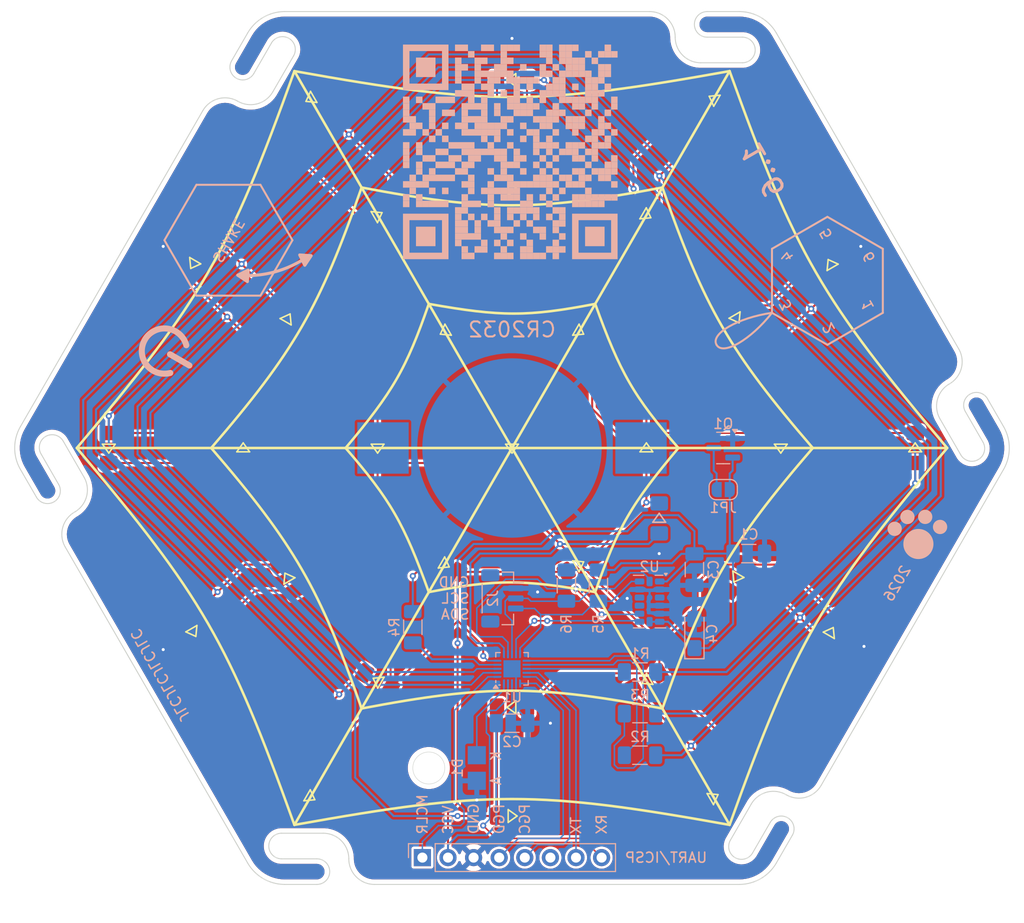
<source format=kicad_pcb>
(kicad_pcb (version 20241229) (generator "pcbnew") (generator_version "9.0")
  (layers (0 "F.Cu" signal) (2 "B.Cu" signal) (13 "F.Paste" user) (15 "B.Paste" user) (5 "F.SilkS" user "F.Silkscreen") (7 "B.SilkS" user "B.Silkscreen") (1 "F.Mask" user) (3 "B.Mask" user) (25 "Edge.Cuts" user))
  (net 0 "")
  (net 1 "GND")
  (net 2 "/VBATT")
  (net 3 "VCC")
  (net 4 "/C1")
  (net 5 "/C2")
  (net 6 "/C3")
  (net 7 "/C4")
  (net 8 "/PGED")
  (net 10 "/PGEC")
  (net 11 "Net-(D1-K)")
  (net 12 "/MCLR")
  (net 13 "/TX")
  (net 14 "/COL1")
  (net 15 "/COL2")
  (net 16 "/COL3")
  (net 17 "/COL4")
  (net 18 "/ROW3")
  (net 19 "/ROW1")
  (net 20 "/ROW2")
  (net 21 "/ROW4")
  (net 22 "/RX")
  (net 23 "/SDA")
  (net 24 "/SCL")
  (net 25 "/INT2")
  (net 26 "/INT1")
  (footprint "WinterDeco:LED_1206_3216Metric_Pad1.42x1.75mm_Arrow_HandSolder" (layer "F.Cu") (at 113.665 103.903102 -150)
    (property "Reference" "D_R6C2" (hide yes))
    (property "Value" "LED")
  )
  (footprint "WinterDeco:LED_1206_3216Metric_Pad1.42x1.75mm_Arrow_HandSolder" (layer "F.Cu") (at 140.335 150.096898 30)
    (property "Reference" "D_R8C2" (hide yes))
    (property "Value" "LED")
  )
  (footprint "WinterDeco:LED_1206_3216Metric_Pad1.42x1.75mm_Arrow_HandSolder" (layer "F.Cu") (at 133.6675 115.451551 150)
    (property "Reference" "D_R5C4" (hide yes))
    (property "Value" "LED")
  )
  (footprint "WinterDeco:LED_1206_3216Metric_Pad1.42x1.75mm_Arrow_HandSolder" (layer "F.Cu") (at 104.727992 114.14125 -120)
    (property "Reference" "D_R6C3" (hide yes))
    (property "Value" "LED")
  )
  (footprint "WinterDeco:LED_1206_3216Metric_Pad1.42x1.75mm_Arrow_HandSolder" (layer "F.Cu") (at 113.665 127 90)
    (property "Reference" "D_R6C4" (hide yes))
    (property "Value" "LED")
  )
  (footprint "WinterDeco:LED_1206_3216Metric_Pad1.42x1.75mm_Arrow_HandSolder" (layer "F.Cu") (at 106.9975 161.645346 150)
    (property "Reference" "D_R3C3" (hide yes))
    (property "Value" "LED")
  )
  (footprint "WinterDeco:LED_1206_3216Metric_Pad1.42x1.75mm_Arrow_HandSolder" (layer "F.Cu") (at 127 101.2825 180)
    (property "Reference" "D_R6C1" (hide yes))
    (property "Value" "LED")
  )
  (footprint "WinterDeco:LED_1206_3216Metric_Pad1.42x1.75mm_Arrow_HandSolder" (layer "F.Cu") (at 127 90.4875)
    (property "Reference" "D_R2C1" (hide yes))
    (property "Value" "LED")
  )
  (footprint "WinterDeco:LED_1206_3216Metric_Pad1.42x1.75mm_Arrow_HandSolder" (layer "F.Cu") (at 153.67 127 90)
    (property "Reference" "D_R5C1" (hide yes))
    (property "Value" "LED")
  )
  (footprint "WinterDeco:LED_1206_3216Metric_Pad1.42x1.75mm_Arrow_HandSolder" (layer "F.Cu") (at 95.379247 145.25625 120)
    (property "Reference" "D_R3C2" (hide yes))
    (property "Value" "LED")
  )
  (footprint "WinterDeco:LED_1206_3216Metric_Pad1.42x1.75mm_Arrow_HandSolder" (layer "F.Cu") (at 167.005 127 -90)
    (property "Reference" "D_R1C1" (hide yes))
    (property "Value" "LED")
  )
  (footprint "WinterDeco:LED_1206_3216Metric_Pad1.42x1.75mm_Arrow_HandSolder" (layer "F.Cu") (at 140.335 103.903102 150)
    (property "Reference" "D_R5C3" (hide yes))
    (property "Value" "LED")
  )
  (footprint "WinterDeco:LED_1206_3216Metric_Pad1.42x1.75mm_Arrow_HandSolder" (layer "F.Cu") (at 104.727992 139.85875 -60)
    (property "Reference" "D_R7C2" (hide yes))
    (property "Value" "LED")
  )
  (footprint "WinterDeco:LED_1206_3216Metric_Pad1.42x1.75mm_Arrow_HandSolder" (layer "F.Cu") (at 147.0025 92.354654 -30)
    (property "Reference" "D_R1C3" (hide yes))
    (property "Value" "LED")
  )
  (footprint "WinterDeco:LED_1206_3216Metric_Pad1.42x1.75mm_Arrow_HandSolder" (layer "F.Cu") (at 158.620753 108.74375 -60)
    (property "Reference" "D_R1C2" (hide yes))
    (property "Value" "LED")
  )
  (footprint "WinterDeco:LED_1206_3216Metric_Pad1.42x1.75mm_Arrow_HandSolder" (layer "F.Cu") (at 86.995 127 90)
    (property "Reference" "D_R3C1" (hide yes))
    (property "Value" "LED")
  )
  (footprint "WinterDeco:LED_1206_3216Metric_Pad1.42x1.75mm_Arrow_HandSolder" (layer "F.Cu") (at 127 127 90)
    (property "Reference" "D_R4C4" (hide yes))
    (property "Value" "LED")
  )
  (footprint "WinterDeco:LED_1206_3216Metric_Pad1.42x1.75mm_Arrow_HandSolder" (layer "F.Cu") (at 95.379247 108.74375 60)
    (property "Reference" "D_R2C3" (hide yes))
    (property "Value" "LED")
  )
  (footprint "WinterDeco:LED_1206_3216Metric_Pad1.42x1.75mm_Arrow_HandSolder" (layer "F.Cu") (at 120.3325 115.451551 30)
    (property "Reference" "D_R2C4" (hide yes))
    (property "Value" "LED")
  )
  (footprint "WinterDeco:LED_1206_3216Metric_Pad1.42x1.75mm_Arrow_HandSolder" (layer "F.Cu") (at 149.272008 139.85875 60)
    (property "Reference" "D_R8C3" (hide yes))
    (property "Value" "LED")
  )
  (footprint "WinterDeco:LED_1206_3216Metric_Pad1.42x1.75mm_Arrow_HandSolder" (layer "F.Cu") (at 120.3325 138.548449 150)
    (property "Reference" "D_R3C4" (hide yes))
    (property "Value" "LED")
  )
  (footprint "WinterDeco:LED_1206_3216Metric_Pad1.42x1.75mm_Arrow_HandSolder" (layer "F.Cu") (at 133.6675 138.548449 -150)
    (property "Reference" "D_R7C4" (hide yes))
    (property "Value" "LED")
  )
  (footprint "WinterDeco:LED_1206_3216Metric_Pad1.42x1.75mm_Arrow_HandSolder" (layer "F.Cu") (at 100.33 127 -90)
    (property "Reference" "D_R7C1" (hide yes))
    (property "Value" "LED")
  )
  (footprint "WinterDeco:LED_1206_3216Metric_Pad1.42x1.75mm_Arrow_HandSolder" (layer "F.Cu") (at 127 163.5125 180)
    (property "Reference" "D_R4C1" (hide yes))
    (property "Value" "LED")
  )
  (footprint "WinterDeco:LED_1206_3216Metric_Pad1.42x1.75mm_Arrow_HandSolder" (layer "F.Cu") (at 113.665 150.096898 -30)
    (property "Reference" "D_R7C3" (hide yes))
    (property "Value" "LED")
  )
  (footprint "WinterDeco:LED_1206_3216Metric_Pad1.42x1.75mm_Arrow_HandSolder" (layer "F.Cu") (at 147.0025 161.645346 -150)
    (property "Reference" "D_R4C2" (hide yes))
    (property "Value" "LED")
  )
  (footprint "WinterDeco:LED_1206_3216Metric_Pad1.42x1.75mm_Arrow_HandSolder" (layer "F.Cu") (at 140.335 127 -90)
    (property "Reference" "D_R1C4" (hide yes))
    (property "Value" "LED")
  )
  (footprint "WinterDeco:LED_1206_3216Metric_Pad1.42x1.75mm_Arrow_HandSolder" (layer "F.Cu") (at 158.620753 145.25625 -120)
    (property "Reference" "D_R4C3" (hide yes))
    (property "Value" "LED")
  )
  (footprint "WinterDeco:LED_1206_3216Metric_Pad1.42x1.75mm_Arrow_HandSolder" (layer "F.Cu") (at 149.272008 114.14125 120)
    (property "Reference" "D_R5C2" (hide yes))
    (property "Value" "LED")
  )
  (footprint "WinterDeco:LED_1206_3216Metric_Pad1.42x1.75mm_Arrow_HandSolder" (layer "F.Cu") (at 106.9975 92.354654 30)
    (property "Reference" "D_R2C2" (hide yes))
    (property "Value" "LED")
  )
  (footprint "WinterDeco:LED_1206_3216Metric_Pad1.42x1.75mm_Arrow_HandSolder" (layer "F.Cu") (at 127 152.7175)
    (property "Reference" "D_R8C1" (hide yes))
    (property "Value" "LED")
  )
  (footprint "Connector_PinHeader_2.54mm:PinHeader_1x08_P2.54mm_Vertical" (layer "B.Cu") (at 118.11 167.64 -90)
    (property "Reference" "J1")
    (property "Value" "CONN_ICSP_UART")
  )
  (footprint "Package_TO_SOT_SMD:SOT-23" (layer "B.Cu") (at 147.955 127 180)
    (property "Reference" "Q1")
    (property "Value" "IRLML6402")
  )
  (footprint "Jumper:SolderJumper-2_P1.3mm_Open_RoundedPad1.0x1.5mm" (layer "B.Cu") (at 147.955 131.1275)
    (property "Reference" "JP1")
    (property "Value" "JP_BYPASS_POLARITY_PROTECTION")
  )
  (footprint "Package_DFN_QFN:VQFN-20-1EP_3x3mm_P0.4mm_EP1.7x1.7mm" (layer "B.Cu") (at 127 148.9075)
    (property "Reference" "U1")
    (property "Value" "PIC18F14 (VQFN-20)")
  )
  (footprint "Connector_JST:JST_SH_BM03B-SRSS-TB_1x03-1MP_P1.00mm_Vertical" (layer "B.Cu") (at 126.0475 141.9225 -90)
    (property "Reference" "J2")
    (property "Value" "CONN_I2C")
  )
  (footprint "Capacitor_SMD:C_1206_3216Metric_Pad1.33x1.80mm_HandSolder" (layer "B.Cu") (at 150.495 137.4775)
    (property "Reference" "C1")
    (property "Value" "100uF")
  )
  (footprint "WinterDeco:LED_1206_3216Metric_Pad1.42x1.75mm_Arrow_HandSolder" (layer "B.Cu") (at 141.605 133.985 -90)
    (property "Reference" "D_R8C4" (hide yes))
    (property "Value" "LED")
  )
  (footprint "WinterDeco:LED_D3.0mm" (layer "B.Cu") (at 123.5075 157.48 -90)
    (property "Reference" "D1")
    (property "Value" "850nm")
  )
  (footprint "Resistor_SMD:R_1206_3216Metric_Pad1.30x1.75mm_HandSolder" (layer "B.Cu") (at 135.5725 140.6525 -90)
    (property "Reference" "R5")
    (property "Value" "4k7")
  )
  (footprint "Resistor_SMD:R_1206_3216Metric_Pad1.30x1.75mm_HandSolder" (layer "B.Cu") (at 139.7 157.48 180)
    (property "Reference" "R2")
    (property "Value" "68")
  )
  (footprint "Resistor_SMD:R_1206_3216Metric_Pad1.30x1.75mm_HandSolder" (layer "B.Cu") (at 117.1575 144.78 -90)
    (property "Reference" "R4")
    (property "Value" "68")
  )
  (footprint "Resistor_SMD:R_1206_3216Metric_Pad1.30x1.75mm_HandSolder" (layer "B.Cu") (at 139.7 153.3525 180)
    (property "Reference" "R3")
    (property "Value" "68")
  )
  (footprint "Capacitor_SMD:C_1206_3216Metric_Pad1.33x1.80mm_HandSolder" (layer "B.Cu") (at 127 154.305)
    (property "Reference" "C2")
    (property "Value" "100nF")
  )
  (footprint "Capacitor_SMD:C_1206_3216Metric_Pad1.33x1.80mm_HandSolder" (layer "B.Cu") (at 145.0975 139.065 -90)
    (property "Reference" "C3")
    (property "Value" "100nF")
  )
  (footprint "Resistor_SMD:R_1206_3216Metric_Pad1.30x1.75mm_HandSolder" (layer "B.Cu") (at 139.7 149.225 180)
    (property "Reference" "R1")
    (property "Value" "68")
  )
  (footprint "Package_LGA:LGA-14_3x5mm_P0.8mm_LayoutBorder1x6y" (layer "B.Cu") (at 140.6525 142.24 180)
    (property "Reference" "U2")
    (property "Value" "ADXL345")
  )
  (footprint "WinterDeco:BatteryHolder_Keystone_3002_1x2032" (layer "B.Cu") (at 127 127 180)
    (property "Reference" "BT1" (hide yes))
    (property "Value" "CR2032")
  )
  (footprint "Capacitor_Tantalum_SMD:CP_EIA-3216-18_Kemet-A_HandSolder" (layer "B.Cu") (at 145.0975 145.415 90)
    (property "Reference" "C4")
    (property "Value" "1µF, tantal")
  )
  (footprint "Resistor_SMD:R_1206_3216Metric_Pad1.30x1.75mm_HandSolder" (layer "B.Cu") (at 132.3975 140.6525 -90)
    (property "Reference" "R6")
    (property "Value" "4k7")
  )
  (gr_curve (pts (xy 148.59 164.394977) (xy 129.54 160.9725) (xy 124.46 160.9725) (xy 105.41 164.394977)) (stroke (width 0.25)) (layer "F.SilkS"))
  (gr_curve (pts (xy 112.0775 152.846528) (xy 107.922733 140.947205) (xy 105.382733 136.547795) (xy 97.155 127)) (stroke (width 0.25)) (layer "F.SilkS"))
  (gr_curve (pts (xy 110.49 127) (xy 115.184223 121.430526) (xy 116.520264 119.116435) (xy 118.745 112.701921)) (stroke (width 0.25)) (layer "F.SilkS"))
  (gr_curve (pts (xy 97.155 127) (xy 105.382733 117.452205) (xy 107.922733 113.052795) (xy 112.0775 101.153472)) (stroke (width 0.25)) (layer "F.SilkS"))
  (gr_curve (pts (xy 135.255 112.701921) (xy 137.731194 119.551974) (xy 139.067236 121.866065) (xy 143.51 127)) (stroke (width 0.25)) (layer "F.SilkS"))
  (gr_curve (pts (xy 141.9225 101.153472) (xy 146.077267 113.052795) (xy 148.617267 117.452205) (xy 156.845 127)) (stroke (width 0.25)) (layer "F.SilkS"))
  (gr_line (start 105.41 164.394977) (end 148.59 89.605023) (stroke (width 0.25)) (layer "F.SilkS"))
  (gr_curve (pts (xy 118.745 141.298079) (xy 116.268806 134.448026) (xy 114.932764 132.133935) (xy 110.49 127)) (stroke (width 0.25)) (layer "F.SilkS"))
  (gr_curve (pts (xy 105.41 89.605023) (xy 124.46 93.0275) (xy 129.54 93.0275) (xy 148.59 89.605023)) (stroke (width 0.25)) (layer "F.SilkS"))
  (gr_curve (pts (xy 135.255 141.298079) (xy 128.084583 140.0175) (xy 125.4125 140.0175) (xy 118.745 141.298079)) (stroke (width 0.25)) (layer "F.SilkS"))
  (gr_curve (pts (xy 141.9225 152.846528) (xy 129.54 150.495) (xy 124.46 150.495) (xy 112.0775 152.846528)) (stroke (width 0.25)) (layer "F.SilkS"))
  (gr_curve (pts (xy 170.18 127) (xy 157.691048 141.786545) (xy 155.151048 146.185955) (xy 148.59 164.394977)) (stroke (width 0.25)) (layer "F.SilkS"))
  (gr_line (start 148.59 164.394977) (end 105.41 89.605023) (stroke (width 0.25)) (layer "F.SilkS"))
  (gr_curve (pts (xy 143.51 127) (xy 138.815777 132.569474) (xy 137.479736 134.883565) (xy 135.255 141.298079)) (stroke (width 0.25)) (layer "F.SilkS"))
  (gr_curve (pts (xy 112.0775 101.153472) (xy 124.46 103.505) (xy 129.54 103.505) (xy 141.9225 101.153472)) (stroke (width 0.25)) (layer "F.SilkS"))
  (gr_curve (pts (xy 148.59 89.605023) (xy 155.151048 107.814045) (xy 157.691048 112.213455) (xy 170.18 127)) (stroke (width 0.25)) (layer "F.SilkS"))
  (gr_curve (pts (xy 83.82 127) (xy 96.308952 112.213455) (xy 98.848952 107.814045) (xy 105.41 89.605023)) (stroke (width 0.25)) (layer "F.SilkS"))
  (gr_curve (pts (xy 156.845 127) (xy 148.617267 136.547795) (xy 146.077267 140.947205) (xy 141.9225 152.846528)) (stroke (width 0.25)) (layer "F.SilkS"))
  (gr_curve (pts (xy 118.745 112.701921) (xy 125.915417 113.9825) (xy 128.5875 113.9825) (xy 135.255 112.701921)) (stroke (width 0.25)) (layer "F.SilkS"))
  (gr_line (start 83.82 127) (end 170.18 127) (stroke (width 0.25)) (layer "F.SilkS"))
  (gr_curve (pts (xy 105.41 164.394977) (xy 98.848952 146.185955) (xy 96.308952 141.786545) (xy 83.82 127)) (stroke (width 0.25)) (layer "F.SilkS"))
  (gr_poly (pts (xy 120.699045 98.587622) (xy 120.05372 98.587622) (xy 120.05372 99.232948) (xy 120.699045 99.232948)) (fill yes) (layer "B.SilkS"))
  (gr_poly (pts (xy 127.152298 106.331524) (xy 126.506971 106.331525) (xy 126.506971 106.97685) (xy 127.152298 106.97685)) (fill yes) (layer "B.SilkS"))
  (gr_poly (pts (xy 136.18685 91.489047) (xy 135.541525 91.489046) (xy 135.541525 92.134371) (xy 136.18685 92.134371)) (fill yes) (layer "B.SilkS"))
  (gr_poly (pts (xy 126.506971 91.489046) (xy 125.861647 91.489046) (xy 125.861647 92.134371) (xy 126.506971 92.134371)) (fill yes) (layer "B.SilkS"))
  (gr_poly (pts (xy 127.152298 98.587622) (xy 126.506971 98.587622) (xy 126.506971 99.232948) (xy 127.152298 99.232947)) (fill yes) (layer "B.SilkS"))
  (gr_poly (pts (xy 132.314898 86.971769) (xy 131.669574 86.971769) (xy 131.669574 87.617095) (xy 132.314898 87.617095)) (fill yes) (layer "B.SilkS"))
  (gr_poly (pts (xy 134.896199 87.617095) (xy 134.250873 87.617095) (xy 134.250873 88.262419) (xy 134.896199 88.262419)) (fill yes) (layer "B.SilkS"))
  (gr_poly (pts (xy 116.827094 102.459574) (xy 116.181769 102.459574) (xy 116.181769 103.104898) (xy 116.827094 103.104899)) (fill yes) (layer "B.SilkS"))
  (gr_poly (pts (xy 134.250874 94.070346) (xy 133.605549 94.070346) (xy 133.60555 94.715671) (xy 134.250874 94.715671)) (fill yes) (layer "B.SilkS"))
  (gr_poly (pts (xy 117.472419 99.878273) (xy 116.827094 99.878273) (xy 116.827094 100.523598) (xy 117.472419 100.523598)) (fill yes) (layer "B.SilkS"))
  (gr_poly (pts (xy 133.60555 96.651647) (xy 132.960223 96.651647) (xy 132.960223 97.296971) (xy 133.60555 97.296971)) (fill yes) (layer "B.SilkS"))
  (gr_poly (pts (xy 131.024247 96.006322) (xy 130.378923 96.006322) (xy 130.378922 96.651647) (xy 131.024246 96.651647)) (fill yes) (layer "B.SilkS"))
  (gr_poly (pts (xy 125.216322 95.360996) (xy 124.570996 95.360996) (xy 124.570996 96.006322) (xy 125.216321 96.006322)) (fill yes) (layer "B.SilkS"))
  (gr_poly (pts (xy 121.989695 103.104898) (xy 121.344371 103.104898) (xy 121.34437 103.750224) (xy 121.989694 103.750224)) (fill yes) (layer "B.SilkS"))
  (gr_poly (pts (xy 134.896199 102.459574) (xy 134.250874 102.459574) (xy 134.250874 103.104898) (xy 134.896199 103.104898)) (fill yes) (layer "B.SilkS"))
  (gr_poly (pts (xy 135.541525 91.489046) (xy 134.896199 91.489046) (xy 134.896199 92.134371) (xy 135.541525 92.134371)) (fill yes) (layer "B.SilkS"))
  (gr_poly (pts (xy 136.832174 90.84372) (xy 136.18685 90.84372) (xy 136.18685 91.489047) (xy 136.832174 91.489046)) (fill yes) (layer "B.SilkS"))
  (gr_arc (start 93.09636 119.55228) (mid 90.571012 116.261181) (end 94.68386 116.802649) (stroke (width 0.6)) (layer "B.SilkS"))
  (gr_poly (pts (xy 116.827094 92.779694) (xy 116.181769 92.779695) (xy 116.181769 93.425022) (xy 116.827094 93.425022)) (fill yes) (layer "B.SilkS"))
  (gr_poly (pts (xy 131.024247 90.84372) (xy 130.378923 90.84372) (xy 130.378923 91.489046) (xy 131.024247 91.489046)) (fill yes) (layer "B.SilkS"))
  (gr_poly (pts (xy 123.280345 87.617095) (xy 122.635021 87.617095) (xy 122.635021 88.262419) (xy 123.280345 88.262419)) (fill yes) (layer "B.SilkS"))
  (gr_poly (pts (xy 119.408395 96.006322) (xy 118.763069 96.006322) (xy 118.763069 96.651647) (xy 119.408396 96.651647)) (fill yes) (layer "B.SilkS"))
  (gr_poly (pts (xy 134.250874 102.459574) (xy 133.605549 102.459574) (xy 133.605549 103.104898) (xy 134.250874 103.104898)) (fill yes) (layer "B.SilkS"))
  (gr_poly (pts (xy 124.570996 97.296971) (xy 123.925671 97.296971) (xy 123.925671 97.942298) (xy 124.570996 97.942298)) (fill yes) (layer "B.SilkS"))
  (gr_poly (pts (xy 131.024246 99.878273) (xy 130.378922 99.878273) (xy 130.378923 100.523598) (xy 131.024247 100.523598)) (fill yes) (layer "B.SilkS"))
  (gr_poly (pts (xy 131.669574 90.198395) (xy 131.024246 90.198395) (xy 131.024247 90.84372) (xy 131.669574 90.84372)) (fill yes) (layer "B.SilkS"))
  (gr_poly (pts (xy 122.635021 105.6862) (xy 121.989695 105.6862) (xy 121.989695 106.331525) (xy 122.635021 106.331525)) (fill yes) (layer "B.SilkS"))
  (gr_poly (pts (xy 136.18685 94.070346) (xy 135.541525 94.070345) (xy 135.541525 94.715671) (xy 136.18685 94.715671)) (fill yes) (layer "B.SilkS"))
  (gr_poly (pts (xy 132.314898 101.168924) (xy 131.669574 101.168924) (xy 131.669574 101.814248) (xy 132.314899 101.814248)) (fill yes) (layer "B.SilkS"))
  (gr_poly (pts (xy 124.570996 92.134371) (xy 123.925671 92.134371) (xy 123.925671 92.779695) (xy 124.570996 92.779695)) (fill yes) (layer "B.SilkS"))
  (gr_poly (pts (xy 122.635022 86.971769) (xy 121.989695 86.971769) (xy 121.989695 87.617095) (xy 122.635021 87.617095)) (fill yes) (layer "B.SilkS"))
  (gr_poly (pts (xy 133.605549 92.134371) (xy 132.960223 92.134371) (xy 132.960223 92.779695) (xy 133.605549 92.779695)) (fill yes) (layer "B.SilkS"))
  (gr_poly (pts (xy 122.635021 98.587622) (xy 121.989695 98.587622) (xy 121.989695 99.232948) (xy 122.635021 99.232948)) (fill yes) (layer "B.SilkS"))
  (gr_poly (pts (xy 130.378923 94.070346) (xy 129.733598 94.070346) (xy 129.733598 94.715671) (xy 130.378923 94.71567)) (fill yes) (layer "B.SilkS"))
  (gr_poly (pts (xy 130.378922 87.617095) (xy 129.733598 87.617095) (xy 129.733598 88.262419) (xy 130.378923 88.262419)) (fill yes) (layer "B.SilkS"))
  (gr_poly (pts (xy 123.92567 90.198395) (xy 123.280345 90.198396) (xy 123.280345 90.84372) (xy 123.925671 90.84372)) (fill yes) (layer "B.SilkS"))
  (gr_poly (pts (xy 132.960223 92.134371) (xy 132.314898 92.134371) (xy 132.314898 92.779695) (xy 132.960223 92.779695)) (fill yes) (layer "B.SilkS"))
  (gr_poly (pts (xy 134.250874 96.651647) (xy 133.60555 96.651647) (xy 133.60555 97.296971) (xy 134.250874 97.296971)) (fill yes) (layer "B.SilkS"))
  (gr_poly (pts (xy 130.378923 100.523598) (xy 129.733598 100.523598) (xy 129.733598 101.168924) (xy 130.378923 101.168924)) (fill yes) (layer "B.SilkS"))
  (gr_line (start 163.792753 113.58827) (end 163.792753 107.23827) (stroke (width 0.2)) (layer "B.SilkS"))
  (gr_poly (pts (xy 121.989695 88.262419) (xy 121.344371 88.262419) (xy 121.344371 88.907744) (xy 121.989695 88.907744)) (fill yes) (layer "B.SilkS"))
  (gr_poly (pts (xy 121.344371 92.134371) (xy 120.699045 92.134371) (xy 120.699045 92.779695) (xy 121.344371 92.779695)) (fill yes) (layer "B.SilkS"))
  (gr_poly (pts (xy 119.408395 93.425022) (xy 118.763069 93.425021) (xy 118.763069 94.070345) (xy 119.408395 94.070346)) (fill yes) (layer "B.SilkS"))
  (gr_poly (pts (xy 120.05372 102.459574) (xy 119.408395 102.459574) (xy 119.408395 103.104898) (xy 120.05372 103.104898)) (fill yes) (layer "B.SilkS"))
  (gr_poly (pts (xy 135.541525 90.843719) (xy 134.896199 90.84372) (xy 134.896199 91.489046) (xy 135.541525 91.489046)) (fill yes) (layer "B.SilkS"))
  (gr_poly (pts (xy 129.733598 107.622175) (xy 129.088273 107.622175) (xy 129.088273 108.267499) (xy 129.733598 108.2675)) (fill yes) (layer "B.SilkS"))
  (gr_poly (pts (xy 134.250874 100.523598) (xy 133.605549 100.523598) (xy 133.605549 101.168924) (xy 134.250874 101.168924)) (fill yes) (layer "B.SilkS"))
  (gr_poly (pts (xy 134.250874 101.814248) (xy 133.605549 101.814248) (xy 133.605549 102.459574) (xy 134.250874 102.459574)) (fill yes) (layer "B.SilkS"))
  (gr_poly (pts (xy 135.541525 99.232948) (xy 134.896199 99.232948) (xy 134.896199 99.878273) (xy 135.541525 99.878273)) (fill yes) (layer "B.SilkS"))
  (gr_poly (pts (xy 121.34437 97.942298) (xy 120.699045 97.942298) (xy 120.699045 98.587622) (xy 121.34437 98.587622)) (fill yes) (layer "B.SilkS"))
  (gr_poly (pts (xy 134.896199 96.006322) (xy 134.250874 96.006322) (xy 134.250874 96.651647) (xy 134.896199 96.651647)) (fill yes) (layer "B.SilkS"))
  (gr_poly (pts (xy 127.797622 104.395549) (xy 127.152298 104.395549) (xy 127.152298 105.040874) (xy 127.797622 105.040874)) (fill yes) (layer "B.SilkS"))
  (gr_poly (pts (xy 134.250874 92.13437) (xy 133.605549 92.134371) (xy 133.605549 92.779695) (xy 134.250874 92.779694)) (fill yes) (layer "B.SilkS"))
  (gr_poly (pts (xy 100.832671 110.538953) (xy 100.839926 110.528068) (xy 100.841207 110.521598) (xy 100.844118 110.515677) (xy 100.847291 110.496331) (xy 100.920968 109.353944) (xy 100.920307 109.334351) (xy 100.91818 109.328108) (xy 100.917742 109.321524) (xy 100.911941 109.309794) (xy 100.907726 109.297416) (xy 100.903373 109.292465) (xy 100.900448 109.286547) (xy 100.8906 109.27793) (xy 100.881969 109.268108) (xy 100.87605 109.265198) (xy 100.871086 109.260853) (xy 100.858697 109.256662) (xy 100.846957 109.250887) (xy 100.840373 109.250463) (xy 100.834125 109.248349) (xy 100.821074 109.249218) (xy 100.80802 109.248376) (xy 100.801776 109.250503) (xy 100.795193 109.250941) (xy 100.776853 109.257866) (xy 99.750678 109.765254) (xy 99.734041 109.775623) (xy 99.729697 109.780587) (xy 99.724215 109.784258) (xy 99.716957 109.795145) (xy 99.708345 109.804986) (xy 99.706232 109.811235) (xy 99.702572 109.816723) (xy 99.700034 109.829555) (xy 99.695842 109.841946) (xy 99.69628 109.848531) (xy 99.695 109.855) (xy 99.697565 109.867822) (xy 99.698434 109.880878) (xy 99.701359 109.886794) (xy 99.702652 109.89326) (xy 99.709931 109.904128) (xy 99.715728 109.915854) (xy 99.720692 109.920199) (xy 99.724363 109.92568) (xy 99.73953 109.938101) (xy 100.558645 110.484179) (xy 100.692028 110.573101) (xy 100.709327 110.582323) (xy 100.715797 110.583604) (xy 100.721717 110.586515) (xy 100.734777 110.587358) (xy 100.747603 110.589895) (xy 100.754069 110.588603) (xy 100.760654 110.589027) (xy 100.773041 110.584809) (xy 100.785864 110.582243) (xy 100.791343 110.578575) (xy 100.797589 110.576446) (xy 100.807415 110.567811) (xy 100.818283 110.560532) (xy 100.821943 110.555043) (xy 100.826897 110.550688)) (stroke (width 0.1)) (fill yes) (layer "B.SilkS"))
  (gr_poly (pts (xy 123.280345 97.942298) (xy 122.635021 97.942298) (xy 122.635021 98.587622) (xy 123.280345 98.587622)) (fill yes) (layer "B.SilkS"))
  (gr_poly (pts (xy 123.925671 94.070345) (xy 123.280345 94.070346) (xy 123.280345 94.715671) (xy 123.925671 94.715671)) (fill yes) (layer "B.SilkS"))
  (gr_poly (pts (xy 122.635021 107.622175) (xy 121.989695 107.622175) (xy 121.989695 108.267499) (xy 122.635021 108.2675)) (fill yes) (layer "B.SilkS"))
  (gr_poly (pts (xy 122.635021 105.040874) (xy 121.989695 105.040873) (xy 121.989695 105.6862) (xy 122.635021 105.6862)) (fill yes) (layer "B.SilkS"))
  (gr_poly (pts (xy 127.152298 96.651647) (xy 126.506971 96.651647) (xy 126.506971 97.296971) (xy 127.152298 97.296971)) (fill yes) (layer "B.SilkS"))
  (gr_poly (pts (xy 133.605549 101.814248) (xy 132.960223 101.814248) (xy 132.960223 102.459574) (xy 133.605549 102.459574)) (fill yes) (layer "B.SilkS"))
  (gr_poly (pts (xy 128.442947 97.942298) (xy 127.797622 97.942298) (xy 127.797622 98.587622) (xy 128.442947 98.587622)) (fill yes) (layer "B.SilkS"))
  (gr_poly (pts (xy 125.861647 92.779695) (xy 125.216321 92.779695) (xy 125.216322 93.425022) (xy 125.861647 93.425021)) (fill yes) (layer "B.SilkS"))
  (gr_poly (pts (xy 128.442947 100.523599) (xy 127.797622 100.523598) (xy 127.797622 101.168924) (xy 128.442948 101.168924)) (fill yes) (layer "B.SilkS"))
  (gr_poly (pts (xy 119.408396 94.715671) (xy 118.763069 94.715671) (xy 118.763069 95.360996) (xy 119.408395 95.360996)) (fill yes) (layer "B.SilkS"))
  (gr_poly (pts (xy 125.861647 94.715671) (xy 125.216321 94.715671) (xy 125.216322 95.360996) (xy 125.861647 95.360996)) (fill yes) (layer "B.SilkS"))
  (gr_poly (pts (xy 131.669574 92.779695) (xy 131.024247 92.779695) (xy 131.024247 93.425022) (xy 131.669574 93.425022)) (fill yes) (layer "B.SilkS"))
  (gr_poly (pts (xy 120.699045 102.459574) (xy 120.05372 102.459574) (xy 120.05372 103.104898) (xy 120.699045 103.104898)) (fill yes) (layer "B.SilkS"))
  (gr_line (start 102.040295 100.88593) (end 95.690295 100.885931) (stroke (width 0.2)) (layer "B.SilkS"))
  (gr_poly (pts (xy 122.635021 95.360996) (xy 121.989695 95.360996) (xy 121.989695 96.006322) (xy 122.635021 96.006322)) (fill yes) (layer "B.SilkS"))
  (gr_poly (pts (xy 127.797622 101.168924) (xy 127.152298 101.168924) (xy 127.152298 101.814248) (xy 127.797622 101.814248)) (fill yes) (layer "B.SilkS"))
  (gr_poly (pts (xy 131.669575 97.942298) (xy 131.024247 97.942298) (xy 131.024247 98.587622) (xy 131.669575 98.587622)) (fill yes) (layer "B.SilkS"))
  (gr_poly (pts (xy 122.635021 103.104898) (xy 121.989695 103.104898) (xy 121.989694 103.750224) (xy 122.635021 103.750224)) (fill yes) (layer "B.SilkS"))
  (gr_poly (pts (xy 122.635021 104.39555) (xy 121.989695 104.395549) (xy 121.989695 105.040873) (xy 122.635021 105.040874)) (fill yes) (layer "B.SilkS"))
  (gr_poly (pts (xy 123.925671 102.459574) (xy 123.280345 102.459574) (xy 123.280345 103.104898) (xy 123.925671 103.104898)) (fill yes) (layer "B.SilkS"))
  (gr_poly (pts (xy 128.442947 102.459574) (xy 127.797622 102.459575) (xy 127.797622 103.104899) (xy 128.442947 103.104898)) (fill yes) (layer "B.SilkS"))
  (gr_poly (pts (xy 136.832174 99.878273) (xy 136.18685 99.878273) (xy 136.18685 100.523598) (xy 136.832174 100.523598)) (fill yes) (layer "B.SilkS"))
  (gr_poly (pts (xy 124.570996 89.55307) (xy 123.925671 89.55307) (xy 123.92567 90.198395) (xy 124.570996 90.198395)) (fill yes) (layer "B.SilkS"))
  (gr_poly (pts (xy 123.280345 92.779695) (xy 122.635021 92.779695) (xy 122.635021 93.425022) (xy 123.280345 93.425022)) (fill yes) (layer "B.SilkS"))
  (gr_poly (pts (xy 131.024247 98.587622) (xy 130.378923 98.587622) (xy 130.378923 99.232948) (xy 131.024247 99.232948)) (fill yes) (layer "B.SilkS"))
  (gr_poly (pts (xy 137.4775 95.360996) (xy 136.832174 95.360996) (xy 136.832174 96.006322) (xy 137.4775 96.006322)) (fill yes) (layer "B.SilkS"))
  (gr_poly (pts (xy 132.960223 97.296971) (xy 132.314898 97.296971) (xy 132.314899 97.942298) (xy 132.960223 97.942298)) (fill yes) (layer "B.SilkS"))
  (gr_poly (pts (xy 124.570996 86.971769) (xy 123.925671 86.971768) (xy 123.925671 87.617095) (xy 124.570996 87.617095)) (fill yes) (layer "B.SilkS"))
  (gr_poly (pts (xy 118.117744 92.134371) (xy 117.472419 92.134371) (xy 117.472419 92.779695) (xy 118.117744 92.779695)) (fill yes) (layer "B.SilkS"))
  (gr_poly (pts (xy 119.408395 101.168924) (xy 118.763069 101.168924) (xy 118.763069 101.814248) (xy 119.408395 101.814248)) (fill yes) (layer "B.SilkS"))
  (gr_poly (pts (xy 125.216321 91.489046) (xy 124.570996 91.489047) (xy 124.570996 92.134371) (xy 125.216321 92.134371)) (fill yes) (layer "B.SilkS"))
  (gr_poly (pts (xy 131.024246 96.651647) (xy 130.378922 96.651647) (xy 130.378922 97.296971) (xy 131.024246 97.296971)) (fill yes) (layer "B.SilkS"))
  (gr_poly (pts (xy 125.861647 93.425021) (xy 125.216322 93.425022) (xy 125.216322 94.070346) (xy 125.861647 94.070345)) (fill yes) (layer "B.SilkS"))
  (gr_poly (pts (xy 116.827094 98.587622) (xy 116.181769 98.587622) (xy 116.181769 99.232948) (xy 116.827094 99.232948)) (fill yes) (layer "B.SilkS"))
  (gr_poly (pts (xy 131.024247 102.459574) (xy 130.378923 102.459574) (xy 130.378923 103.104898) (xy 131.024247 103.104898)) (fill yes) (layer "B.SilkS"))
  (gr_poly (pts (xy 136.18685 99.878273) (xy 135.541525 99.878273) (xy 135.541524 100.523598) (xy 136.18685 100.523598)) (fill yes) (layer "B.SilkS"))
  (gr_poly (pts (xy 117.472419 101.168924) (xy 116.827094 101.168924) (xy 116.827094 101.814248) (xy 117.472419 101.814248)) (fill yes) (layer "B.SilkS"))
  (gr_poly (pts (xy 123.280345 97.296971) (xy 122.635021 97.296971) (xy 122.635021 97.942298) (xy 123.280345 97.942298)) (fill yes) (layer "B.SilkS"))
  (gr_poly (pts (xy 129.733598 95.360996) (xy 129.088273 95.360996) (xy 129.088273 96.006322) (xy 129.733598 96.006322)) (fill yes) (layer "B.SilkS"))
  (gr_poly (pts (xy 120.699045 101.168924) (xy 120.05372 101.168924) (xy 120.05372 101.814248) (xy 120.699045 101.814248)) (fill yes) (layer "B.SilkS"))
  (gr_poly (pts (xy 131.669574 90.84372) (xy 131.024247 90.84372) (xy 131.024247 91.489046) (xy 131.669574 91.489047)) (fill yes) (layer "B.SilkS"))
  (gr_poly (pts (xy 131.669574 104.395549) (xy 131.024246 104.395549) (xy 131.024247 105.040874) (xy 131.669574 105.040874)) (fill yes) (layer "B.SilkS"))
  (gr_poly (pts (xy 135.541525 88.262419) (xy 134.896199 88.262419) (xy 134.896199 88.907744) (xy 135.541525 88.907744)) (fill yes) (layer "B.SilkS"))
  (gr_poly (pts (xy 120.05372 97.296971) (xy 119.408396 97.296971) (xy 119.408395 97.942298) (xy 120.05372 97.942298)) (fill yes) (layer "B.SilkS"))
  (gr_poly (pts (xy 122.635021 92.779695) (xy 121.989695 92.779695) (xy 121.989695 93.425021) (xy 122.635021 93.425022)) (fill yes) (layer "B.SilkS"))
  (gr_poly (pts (xy 125.216322 101.168924) (xy 124.570996 101.168924) (xy 124.570996 101.814248) (xy 125.216322 101.814248)) (fill yes) (layer "B.SilkS"))
  (gr_poly (pts (xy 130.378923 86.971768) (xy 129.733598 86.971769) (xy 129.733598 87.617095) (xy 130.378922 87.617095)) (fill yes) (layer "B.SilkS"))
  (gr_poly (pts (xy 132.314898 87.617095) (xy 131.669574 87.617095) (xy 131.669574 88.262419) (xy 132.314898 88.262419)) (fill yes) (layer "B.SilkS"))
  (gr_poly (pts (xy 136.832174 88.907743) (xy 136.18685 88.907743) (xy 136.18685 89.55307) (xy 136.832174 89.55307)) (fill yes) (layer "B.SilkS"))
  (gr_poly (pts (xy 125.216321 99.232948) (xy 124.570997 99.232948) (xy 124.570996 99.878273) (xy 125.216321 99.878273)) (fill yes) (layer "B.SilkS"))
  (gr_poly (pts (xy 127.152298 92.13437) (xy 126.506971 92.134371) (xy 126.506971 92.779695) (xy 127.152298 92.779695)) (fill yes) (layer "B.SilkS"))
  (gr_poly (pts (xy 125.216322 101.814248) (xy 124.570996 101.814248) (xy 124.570996 102.459575) (xy 125.216321 102.459574)) (fill yes) (layer "B.SilkS"))
  (gr_poly (pts (xy 125.861647 96.006322) (xy 125.216321 96.006322) (xy 125.216321 96.651647) (xy 125.861647 96.651647)) (fill yes) (layer "B.SilkS"))
  (gr_poly (pts (xy 122.635021 90.84372) (xy 121.989695 90.843719) (xy 121.989695 91.489046) (xy 122.635021 91.489046)) (fill yes) (layer "B.SilkS"))
  (gr_poly (pts (xy 126.506971 99.232948) (xy 125.861647 99.232948) (xy 125.861647 99.878273) (xy 126.506971 99.878273)) (fill yes) (layer "B.SilkS"))
  (gr_poly (pts (xy 135.541525 92.779695) (xy 134.896199 92.779695) (xy 134.896199 93.425021) (xy 135.541525 93.425021)) (fill yes) (layer "B.SilkS"))
  (gr_poly (pts (xy 136.18685 88.907743) (xy 135.541525 88.907744) (xy 135.541524 89.55307) (xy 136.18685 89.55307)) (fill yes) (layer "B.SilkS"))
  (gr_poly (pts (xy 131.024247 94.71567) (xy 130.378923 94.71567) (xy 130.378923 95.360996) (xy 131.024247 95.360996)) (fill yes) (layer "B.SilkS"))
  (gr_poly (pts (xy 133.605549 97.942298) (xy 132.960223 97.942298) (xy 132.960223 98.587622) (xy 133.605549 98.587622)) (fill yes) (layer "B.SilkS"))
  (gr_poly (pts (xy 129.733598 98.587622) (xy 129.088273 98.587622) (xy 129.088273 99.232948) (xy 129.733598 99.232948)) (fill yes) (layer "B.SilkS"))
  (gr_poly (pts (xy 119.408395 97.942298) (xy 118.763069 97.942298) (xy 118.763069 98.587622) (xy 119.408395 98.587622)) (fill yes) (layer "B.SilkS"))
  (gr_poly (pts (xy 124.570996 106.97685) (xy 123.925671 106.97685) (xy 123.925671 107.622175) (xy 124.570996 107.622175)) (fill yes) (layer "B.SilkS"))
  (gr_poly (pts (xy 136.832174 98.587622) (xy 136.18685 98.587622) (xy 136.18685 99.232947) (xy 136.832174 99.232947)) (fill yes) (layer "B.SilkS"))
  (gr_poly (pts (xy 129.733599 92.779695) (xy 129.088273 92.779695) (xy 129.088273 93.425021) (xy 129.733598 93.425022)) (fill yes) (layer "B.SilkS"))
  (gr_poly (pts (xy 123.925671 106.97685) (xy 123.280345 106.97685) (xy 123.280346 107.622175) (xy 123.925671 107.622175)) (fill yes) (layer "B.SilkS"))
  (gr_poly (pts (xy 119.408395 99.232948) (xy 118.763069 99.232948) (xy 118.763069 99.878273) (xy 119.408395 99.878273)) (fill yes) (layer "B.SilkS"))
  (gr_curve (pts (xy 147.294969 116.76327) (xy 147.929969 117.863122) (xy 150.679599 116.275622) (xy 152.79423 113.58827)) (stroke (width 0.2)) (layer "B.SilkS"))
  (gr_poly (pts (xy 136.832174 86.971769) (xy 136.18685 86.971769) (xy 136.18685 87.617095) (xy 136.832174 87.617095)) (fill yes) (layer "B.SilkS"))
  (gr_poly (pts (xy 134.896199 91.489046) (xy 134.250874 91.489046) (xy 134.250874 92.13437) (xy 134.896199 92.134371)) (fill yes) (layer "B.SilkS"))
  (gr_poly (pts (xy 132.960223 88.907744) (xy 132.314899 88.907744) (xy 132.314899 89.55307) (xy 132.960223 89.55307)) (fill yes) (layer "B.SilkS"))
  (gr_poly (pts (xy 131.669575 106.97685) (xy 131.024247 106.97685) (xy 131.024246 107.622175) (xy 131.669574 107.622175)) (fill yes) (layer "B.SilkS"))
  (gr_poly (pts (xy 118.117744 97.296971) (xy 117.472419 97.296971) (xy 117.472419 97.942298) (xy 118.117743 97.942298)) (fill yes) (layer "B.SilkS"))
  (gr_poly (pts (xy 132.314898 88.262419) (xy 131.669574 88.262419) (xy 131.669575 88.907744) (xy 132.314899 88.907744)) (fill yes) (layer "B.SilkS"))
  (gr_poly (pts (xy 128.442947 88.907744) (xy 127.797622 88.907743) (xy 127.797622 89.55307) (xy 128.442948 89.55307)) (fill yes) (layer "B.SilkS"))
  (gr_poly (pts (xy 125.861647 89.55307) (xy 125.216321 89.553071) (xy 125.216321 90.198395) (xy 125.861647 90.198396)) (fill yes) (layer "B.SilkS"))
  (gr_poly (pts (xy 132.314898 97.296971) (xy 131.669574 97.296971) (xy 131.669575 97.942298) (xy 132.314899 97.942298)) (fill yes) (layer "B.SilkS"))
  (gr_poly (pts (xy 136.832174 96.006322) (xy 136.18685 96.006322) (xy 136.18685 96.651647) (xy 136.832174 96.651647)) (fill yes) (layer "B.SilkS"))
  (gr_curve (pts (xy 152.79423 113.58827) (xy 149.409599 114.075918) (xy 146.659969 115.663418) (xy 147.294969 116.76327)) (stroke (width 0.2)) (layer "B.SilkS"))
  (gr_poly (pts (xy 125.861647 101.168924) (xy 125.216322 101.168924) (xy 125.216322 101.814248) (xy 125.861647 101.814248)) (fill yes) (layer "B.SilkS"))
  (gr_poly (pts (xy 121.989695 96.651647) (xy 121.344371 96.651647) (xy 121.344371 97.296971) (xy 121.989695 97.296971)) (fill yes) (layer "B.SilkS"))
  (gr_poly (pts (xy 116.827094 93.425022) (xy 116.181769 93.425022) (xy 116.181769 94.070346) (xy 116.827094 94.070346)) (fill yes) (layer "B.SilkS"))
  (gr_poly (pts (xy 127.152298 100.523598) (xy 126.506971 100.523598) (xy 126.506971 101.168924) (xy 127.152298 101.168924)) (fill yes) (layer "B.SilkS"))
  (gr_poly (pts (xy 129.088273 106.97685) (xy 128.442947 106.97685) (xy 128.442947 107.622175) (xy 129.088273 107.622175)) (fill yes) (layer "B.SilkS"))
  (gr_poly (pts (xy 129.088273 101.814248) (xy 128.442948 101.814248) (xy 128.442947 102.459574) (xy 129.088273 102.459574)) (fill yes) (layer "B.SilkS"))
  (gr_poly (pts (xy 127.797622 98.587622) (xy 127.152298 98.587622) (xy 127.152298 99.232947) (xy 127.797622 99.232947)) (fill yes) (layer "B.SilkS"))
  (gr_poly (pts (xy 131.669575 99.232948) (xy 131.024247 99.232948) (xy 131.024246 99.878273) (xy 131.669574 99.878273)) (fill yes) (layer "B.SilkS"))
  (gr_poly (pts (xy 124.570996 93.425022) (xy 123.925671 93.425021) (xy 123.925671 94.070345) (xy 124.570996 94.070346)) (fill yes) (layer "B.SilkS"))
  (gr_poly (pts (xy 127.152298 95.360996) (xy 126.506971 95.360996) (xy 126.506971 96.006322) (xy 127.152298 96.006322)) (fill yes) (layer "B.SilkS"))
  (gr_poly (pts (xy 134.250874 99.232948) (xy 133.605549 99.232948) (xy 133.605549 99.878273) (xy 134.250873 99.878273)) (fill yes) (layer "B.SilkS"))
  (gr_poly (pts (xy 130.378923 97.942298) (xy 129.733598 97.942298) (xy 129.733598 98.587622) (xy 130.378923 98.587622)) (fill yes) (layer "B.SilkS"))
  (gr_poly (pts (xy 121.344371 96.651647) (xy 120.699045 96.651647) (xy 120.699045 97.296971) (xy 121.344371 97.296971)) (fill yes) (layer "B.SilkS"))
  (gr_poly (pts (xy 124.570996 94.715671) (xy 123.925671 94.715671) (xy 123.925671 95.360996) (xy 124.570996 95.360996)) (fill yes) (layer "B.SilkS"))
  (gr_poly (pts (xy 131.024247 93.425022) (xy 130.378923 93.425022) (xy 130.378923 94.070346) (xy 131.024247 94.070346)) (fill yes) (layer "B.SilkS"))
  (gr_poly (pts (xy 129.088273 95.360996) (xy 128.442947 95.360996) (xy 128.442947 96.006322) (xy 129.088273 96.006322)) (fill yes) (layer "B.SilkS"))
  (gr_poly (pts (xy 123.280345 98.587622) (xy 122.635021 98.587622) (xy 122.635021 99.232948) (xy 123.280345 99.232948)) (fill yes) (layer "B.SilkS"))
  (gr_poly (pts (xy 134.250874 92.779694) (xy 133.605549 92.779695) (xy 133.605549 93.425022) (xy 134.250874 93.425022)) (fill yes) (layer "B.SilkS"))
  (gr_poly (pts (xy 120.699045 93.425021) (xy 120.05372 93.425022) (xy 120.05372 94.070346) (xy 120.699045 94.070345)) (fill yes) (layer "B.SilkS"))
  (gr_poly (pts (xy 125.216321 89.553071) (xy 124.570996 89.55307) (xy 124.570996 90.198395) (xy 125.216321 90.198395)) (fill yes) (layer "B.SilkS"))
  (gr_poly (pts (xy 127.152298 103.750224) (xy 126.506971 103.750224) (xy 126.506971 104.39555) (xy 127.152298 104.395549)) (fill yes) (layer "B.SilkS"))
  (gr_poly (pts (xy 117.47242 94.070346) (xy 116.827094 94.070346) (xy 116.827094 94.715671) (xy 117.472419 94.715671)) (fill yes) (layer "B.SilkS"))
  (gr_poly (pts (xy 122.635021 94.715671) (xy 121.989695 94.715671) (xy 121.989695 95.360996) (xy 122.635021 95.360996)) (fill yes) (layer "B.SilkS"))
  (gr_poly (pts (xy 127.152298 94.070346) (xy 126.506971 94.070345) (xy 126.506971 94.715671) (xy 127.152298 94.715671)) (fill yes) (layer "B.SilkS"))
  (gr_poly (pts (xy 123.280345 91.489046) (xy 122.635021 91.489046) (xy 122.635021 92.134371) (xy 123.280345 92.134371)) (fill yes) (layer "B.SilkS"))
  (gr_poly (pts (xy 129.088273 104.395549) (xy 128.442947 104.395549) (xy 128.442948 105.040874) (xy 129.088273 105.040873)) (fill yes) (layer "B.SilkS"))
  (gr_poly (pts (xy 131.024247 106.97685) (xy 130.378923 106.97685) (xy 130.378922 107.622175) (xy 131.024246 107.622175)) (fill yes) (layer "B.SilkS"))
  (gr_poly (pts (xy 121.989695 91.489046) (xy 121.344371 91.489046) (xy 121.344371 92.134371) (xy 121.989695 92.134371)) (fill yes) (layer "B.SilkS"))
  (gr_poly (pts (xy 125.861647 106.331525) (xy 125.216321 106.331525) (xy 125.216322 106.97685) (xy 125.861647 106.97685)) (fill yes) (layer "B.SilkS"))
  (gr_poly (pts (xy 123.925671 97.296971) (xy 123.280345 97.296971) (xy 123.280345 97.942298) (xy 123.925671 97.942298)) (fill yes) (layer "B.SilkS"))
  (gr_poly (pts (xy 132.960223 100.523598) (xy 132.314898 100.523598) (xy 132.314898 101.168924) (xy 132.960223 101.168924)) (fill yes) (layer "B.SilkS"))
  (gr_poly (pts (xy 121.989695 88.907744) (xy 121.344371 88.907744) (xy 121.34437 89.55307) (xy 121.989694 89.55307)) (fill yes) (layer "B.SilkS"))
  (gr_poly (pts (xy 118.763069 92.779695) (xy 118.117744 92.779695) (xy 118.117744 93.425022) (xy 118.763069 93.425021)) (fill yes) (layer "B.SilkS"))
  (gr_line (start 95.690295 111.884453) (end 102.040295 111.884453) (stroke (width 0.2)) (layer "B.SilkS"))
  (gr_poly (pts (xy 125.861647 103.104898) (xy 125.216321 103.104898) (xy 125.216322 103.750224) (xy 125.861647 103.750224)) (fill yes) (layer "B.SilkS"))
  (gr_poly (pts (xy 125.861647 105.040874) (xy 125.216322 105.040874) (xy 125.216321 105.6862) (xy 125.861647 105.6862)) (fill yes) (layer "B.SilkS"))
  (gr_poly (pts (xy 137.4775 87.617096) (xy 136.832174 87.617095) (xy 136.832174 88.262419) (xy 137.4775 88.26242)) (fill yes) (layer "B.SilkS"))
  (gr_poly (pts (xy 133.60555 86.971769) (xy 132.960223 86.971769) (xy 132.960223 87.617095) (xy 133.605549 87.617095)) (fill yes) (layer "B.SilkS"))
  (gr_poly (pts (xy 134.896199 101.814248) (xy 134.250874 101.814248) (xy 134.250874 102.459574) (xy 134.896199 102.459574)) (fill yes) (layer "B.SilkS"))
  (gr_poly (pts (xy 136.832174 87.617095) (xy 136.18685 87.617095) (xy 136.18685 88.262419) (xy 136.832174 88.262419)) (fill yes) (layer "B.SilkS"))
  (gr_poly (pts (xy 129.088273 90.198395) (xy 128.442947 90.198395) (xy 128.442948 90.84372) (xy 129.088273 90.84372)) (fill yes) (layer "B.SilkS"))
  (gr_poly (pts (xy 127.152298 90.198395) (xy 126.506971 90.198396) (xy 126.506971 90.84372) (xy 127.152298 90.84372)) (fill yes) (layer "B.SilkS"))
  (gr_poly (pts (xy 123.280345 95.360996) (xy 122.635021 95.360996) (xy 122.635021 96.006322) (xy 123.280345 96.006322)) (fill yes) (layer "B.SilkS"))
  (gr_poly (pts (xy 136.18685 95.360996) (xy 135.541525 95.360996) (xy 135.541525 96.006322) (xy 136.18685 96.006322)) (fill yes) (layer "B.SilkS"))
  (gr_poly (pts (xy 134.250874 94.715671) (xy 133.60555 94.715671) (xy 133.605549 95.360996) (xy 134.250874 95.360996)) (fill yes) (layer "B.SilkS"))
  (gr_poly (pts (xy 122.635021 91.489046) (xy 121.989695 91.489046) (xy 121.989695 92.134371) (xy 122.635021 92.134371)) (fill yes) (layer "B.SilkS"))
  (gr_poly (pts (xy 131.669574 93.425022) (xy 131.024247 93.425022) (xy 131.024247 94.070346) (xy 131.669574 94.070346)) (fill yes) (layer "B.SilkS"))
  (gr_poly (pts (xy 120.699045 86.971768) (xy 116.181769 86.971768) (xy 116.181769 87.617095) (xy 116.827094 87.617095) (xy 120.053719 87.617095) (xy 120.05372 90.84372) (xy 116.827094 90.84372) (xy 116.827094 87.617095) (xy 116.181769 87.617095) (xy 116.181769 91.489046) (xy 120.699045 91.489046)) (fill yes) (layer "B.SilkS"))
  (gr_poly (pts (xy 133.605549 90.84372) (xy 132.960223 90.843719) (xy 132.960223 91.489046) (xy 133.605549 91.489046)) (fill yes) (layer "B.SilkS"))
  (gr_poly (pts (xy 133.60555 94.715671) (xy 132.960223 94.715671) (xy 132.960223 95.360996) (xy 133.605549 95.360996)) (fill yes) (layer "B.SilkS"))
  (gr_poly (pts (xy 131.024247 100.523598) (xy 130.378923 100.523598) (xy 130.378923 101.168924) (xy 131.024247 101.168924)) (fill yes) (layer "B.SilkS"))
  (gr_poly (pts (xy 118.117744 94.715671) (xy 117.472419 94.715671) (xy 117.472419 95.360996) (xy 118.117743 95.360996)) (fill yes) (layer "B.SilkS"))
  (gr_poly (pts (xy 133.605549 92.779695) (xy 132.960223 92.779695) (xy 132.960223 93.425021) (xy 133.605549 93.425022)) (fill yes) (layer "B.SilkS"))
  (gr_poly (pts (xy 134.896199 99.878273) (xy 134.250873 99.878273) (xy 134.250874 100.523598) (xy 134.896199 100.523598)) (fill yes) (layer "B.SilkS"))
  (gr_poly (pts (xy 125.216321 96.651647) (xy 124.570996 96.651647) (xy 124.570996 97.296971) (xy 125.216321 97.296971)) (fill yes) (layer "B.SilkS"))
  (gr_poly (pts (xy 131.669574 100.523598) (xy 131.024247 100.523598) (xy 131.024247 101.168924) (xy 131.669574 101.168924)) (fill yes) (layer "B.SilkS"))
  (gr_poly (pts (xy 125.216321 100.523599) (xy 124.570996 100.523598) (xy 124.570996 101.168924) (xy 125.216322 101.168924)) (fill yes) (layer "B.SilkS"))
  (gr_poly (pts (xy 118.763069 97.942298) (xy 118.117743 97.942298) (xy 118.117743 98.587622) (xy 118.763069 98.587622)) (fill yes) (layer "B.SilkS"))
  (gr_poly (pts (xy 132.314898 103.104899) (xy 131.669574 103.104899) (xy 131.669575 103.750224) (xy 132.314899 103.750224)) (fill yes) (layer "B.SilkS"))
  (gr_poly (pts (xy 128.442947 105.6862) (xy 127.797622 105.6862) (xy 127.797622 106.331524) (xy 128.442947 106.331525)) (fill yes) (layer "B.SilkS"))
  (gr_circle (center 167.996089 133.834309) (end 167.678589 134.384235) (stroke (width 0.15)) (fill yes) (layer "B.SilkS"))
  (gr_poly (pts (xy 133.60555 97.296971) (xy 132.960223 97.296971) (xy 132.960223 97.942298) (xy 133.605549 97.942298)) (fill yes) (layer "B.SilkS"))
  (gr_poly (pts (xy 118.117743 101.814248) (xy 117.472419 101.814248) (xy 117.472419 102.459574) (xy 118.117743 102.459574)) (fill yes) (layer "B.SilkS"))
  (gr_poly (pts (xy 124.570996 101.168924) (xy 123.925671 101.168924) (xy 123.925671 101.814248) (xy 124.570996 101.814248)) (fill yes) (layer "B.SilkS"))
  (gr_poly (pts (xy 136.832174 96.651647) (xy 136.18685 96.651647) (xy 136.18685 97.296971) (xy 136.832174 97.296971)) (fill yes) (layer "B.SilkS"))
  (gr_poly (pts (xy 135.541525 96.006322) (xy 134.896199 96.006322) (xy 134.896199 96.651647) (xy 135.541525 96.651647)) (fill yes) (layer "B.SilkS"))
  (gr_poly (pts (xy 122.635021 99.232948) (xy 121.989695 99.232948) (xy 121.989695 99.878273) (xy 122.635021 99.878273)) (fill yes) (layer "B.SilkS"))
  (gr_poly (pts (xy 123.925671 89.55307) (xy 123.280345 89.55307) (xy 123.280345 90.198396) (xy 123.92567 90.198395)) (fill yes) (layer "B.SilkS"))
  (gr_poly (pts (xy 128.442947 96.006322) (xy 127.797622 96.006322) (xy 127.797622 96.651647) (xy 128.442947 96.651647)) (fill yes) (layer "B.SilkS"))
  (gr_poly (pts (xy 131.024247 88.262419) (xy 130.378923 88.262419) (xy 130.378923 88.907744) (xy 131.024247 88.907744)) (fill yes) (layer "B.SilkS"))
  (gr_poly (pts (xy 121.989695 106.331525) (xy 121.344371 106.331525) (xy 121.344371 106.97685) (xy 121.989695 106.97685)) (fill yes) (layer "B.SilkS"))
  (gr_poly (pts (xy 132.314898 91.489047) (xy 131.669574 91.489047) (xy 131.669574 92.134371) (xy 132.314898 92.134371)) (fill yes) (layer "B.SilkS"))
  (gr_poly (pts (xy 133.605549 100.523598) (xy 132.960223 100.523598) (xy 132.960223 101.168924) (xy 133.605549 101.168924)) (fill yes) (layer "B.SilkS"))
  (gr_poly (pts (xy 134.250874 88.907744) (xy 133.605549 88.907744) (xy 133.605549 89.55307) (xy 134.250874 89.55307)) (fill yes) (layer "B.SilkS"))
  (gr_poly (pts (xy 133.605549 94.070346) (xy 132.960223 94.070345) (xy 132.960223 94.715671) (xy 133.60555 94.715671)) (fill yes) (layer "B.SilkS"))
  (gr_poly (pts (xy 131.024247 103.750224) (xy 130.378923 103.750224) (xy 130.378922 104.395549) (xy 131.024246 104.395549)) (fill yes) (layer "B.SilkS"))
  (gr_poly (pts (xy 127.797622 97.942298) (xy 127.152298 97.942298) (xy 127.152298 98.587622) (xy 127.797622 98.587622)) (fill yes) (layer "B.SilkS"))
  (gr_poly (pts (xy 126.506971 106.97685) (xy 125.861647 106.97685) (xy 125.861647 107.622175) (xy 126.506971 107.622175)) (fill yes) (layer "B.SilkS"))
  (gr_poly (pts (xy 121.989695 99.232948) (xy 121.344371 99.232948) (xy 121.344371 99.878273) (xy 121.989695 99.878273)) (fill yes) (layer "B.SilkS"))
  (gr_poly (pts (xy 124.570996 106.331525) (xy 123.925671 106.331525) (xy 123.925671 106.97685) (xy 124.570996 106.97685)) (fill yes) (layer "B.SilkS"))
  (gr_poly (pts (xy 129.733598 90.198395) (xy 129.088273 90.198395) (xy 129.088273 90.84372) (xy 129.733598 90.84372)) (fill yes) (layer "B.SilkS"))
  (gr_poly (pts (xy 130.378923 105.040874) (xy 129.733598 105.040874) (xy 129.733598 105.6862) (xy 130.378923 105.6862)) (fill yes) (layer "B.SilkS"))
  (gr_poly (pts (xy 131.024246 97.296971) (xy 130.378922 97.296971) (xy 130.378923 97.942298) (xy 131.024247 97.942298)) (fill yes) (layer "B.SilkS"))
  (gr_poly (pts (xy 120.699045 94.715671) (xy 120.05372 94.715671) (xy 120.05372 95.360996) (xy 120.699045 95.360996)) (fill yes) (layer "B.SilkS"))
  (gr_poly (pts (xy 124.570996 96.006322) (xy 123.925671 96.006322) (xy 123.925671 96.651647) (xy 124.570996 96.651647)) (fill yes) (layer "B.SilkS"))
  (gr_poly (pts (xy 126.506971 105.6862) (xy 125.861647 105.6862) (xy 125.861647 106.331525) (xy 126.506971 106.331525)) (fill yes) (layer "B.SilkS"))
  (gr_poly (pts (xy 126.506971 88.262419) (xy 125.861647 88.262419) (xy 125.861647 88.907744) (xy 126.506971 88.907744)) (fill yes) (layer "B.SilkS"))
  (gr_poly (pts (xy 125.861647 88.907744) (xy 125.216321 88.907744) (xy 125.216321 89.553071) (xy 125.861647 89.55307)) (fill yes) (layer "B.SilkS"))
  (gr_poly (pts (xy 127.797622 103.104899) (xy 127.152298 103.104899) (xy 127.152298 103.750224) (xy 127.797622 103.750224)) (fill yes) (layer "B.SilkS"))
  (gr_poly (pts (xy 126.506971 89.55307) (xy 125.861647 89.55307) (xy 125.861647 90.198396) (xy 126.506971 90.198396)) (fill yes) (layer "B.SilkS"))
  (gr_poly (pts (xy 118.763069 95.360996) (xy 118.117743 95.360996) (xy 118.117744 96.006321) (xy 118.763069 96.006322)) (fill yes) (layer "B.SilkS"))
  (gr_circle (center 164.966325 135.018014) (end 164.648825 135.56794) (stroke (width 0.15)) (fill yes) (layer "B.SilkS"))
  (gr_poly (pts (xy 134.250874 89.55307) (xy 133.605549 89.55307) (xy 133.605549 90.198396) (xy 134.250874 90.198395)) (fill yes) (layer "B.SilkS"))
  (gr_poly (pts (xy 133.605549 88.262419) (xy 132.960223 88.262419) (xy 132.960223 88.907744) (xy 133.605549 88.907744)) (fill yes) (layer "B.SilkS"))
  (gr_poly (pts (xy 127.797622 101.814248) (xy 127.152298 101.814248) (xy 127.152298 102.459575) (xy 127.797622 102.459575)) (fill yes) (layer "B.SilkS"))
  (gr_poly (pts (xy 134.896199 101.168924) (xy 134.250874 101.168924) (xy 134.250874 101.814248) (xy 134.896199 101.814248)) (fill yes) (layer "B.SilkS"))
  (gr_poly (pts (xy 125.216321 86.971769) (xy 124.570996 86.971769) (xy 124.570996 87.617095) (xy 125.216321 87.617095)) (fill yes) (layer "B.SilkS"))
  (gr_poly (pts (xy 132.960223 89.55307) (xy 132.314899 89.55307) (xy 132.314898 90.198395) (xy 132.960223 90.198395)) (fill yes) (layer "B.SilkS"))
  (gr_poly (pts (xy 129.088273 100.523598) (xy 128.442947 100.523599) (xy 128.442948 101.168924) (xy 129.088273 101.168924)) (fill yes) (layer "B.SilkS"))
  (gr_poly (pts (xy 134.896199 97.296971) (xy 134.250874 97.296971) (xy 134.250874 97.942298) (xy 134.896199 97.942298)) (fill yes) (layer "B.SilkS"))
  (gr_poly (pts (xy 125.861647 97.296971) (xy 125.216321 97.296971) (xy 125.216322 97.942298) (xy 125.861647 97.942298)) (fill yes) (layer "B.SilkS"))
  (gr_poly (pts (xy 131.669574 107.622175) (xy 131.024246 107.622175) (xy 131.024247 108.2675) (xy 131.669574 108.2675)) (fill yes) (layer "B.SilkS"))
  (gr_poly (pts (xy 117.472419 95.360996) (xy 116.827094 95.360996) (xy 116.827094 96.006322) (xy 117.472419 96.006322)) (fill yes) (layer "B.SilkS"))
  (gr_poly (pts (xy 129.733598 103.750224) (xy 129.088273 103.750224) (xy 129.088273 104.395549) (xy 129.733598 104.395549)) (fill yes) (layer "B.SilkS"))
  (gr_poly (pts (xy 124.570996 95.360996) (xy 123.925671 95.360996) (xy 123.925671 96.006322) (xy 124.570996 96.006322)) (fill yes) (layer "B.SilkS"))
  (gr_poly (pts (xy 132.960223 99.878273) (xy 132.314898 99.878273) (xy 132.314898 100.523598) (xy 132.960223 100.523598)) (fill yes) (layer "B.SilkS"))
  (gr_line (start 158.293492 116.76327) (end 163.792753 113.58827) (stroke (width 0.2)) (layer "B.SilkS"))
  (gr_poly (pts (xy 123.925671 92.779695) (xy 123.280345 92.779695) (xy 123.280345 93.425022) (xy 123.925671 93.425021)) (fill yes) (layer "B.SilkS"))
  (gr_poly (pts (xy 133.605549 102.459574) (xy 132.960223 102.459574) (xy 132.960223 103.104898) (xy 133.605549 103.104898)) (fill yes) (layer "B.SilkS"))
  (gr_poly (pts (xy 120.05372 99.878273) (xy 119.408395 99.878273) (xy 119.408395 100.523598) (xy 120.05372 100.523598)) (fill yes) (layer "B.SilkS"))
  (gr_poly (pts (xy 136.18685 90.198395) (xy 135.541525 90.198395) (xy 135.541525 90.843719) (xy 136.18685 90.84372)) (fill yes) (layer "B.SilkS"))
  (gr_poly (pts (xy 125.216321 102.459574) (xy 124.570996 102.459575) (xy 124.570996 103.104899) (xy 125.216321 103.104898)) (fill yes) (layer "B.SilkS"))
  (gr_poly (pts (xy 127.152298 92.779695) (xy 126.506971 92.779695) (xy 126.506971 93.425021) (xy 127.152298 93.425022)) (fill yes) (layer "B.SilkS"))
  (gr_poly (pts (xy 131.669574 103.104899) (xy 131.024247 103.104898) (xy 131.024247 103.750224) (xy 131.669575 103.750224)) (fill yes) (layer "B.SilkS"))
  (gr_poly (pts (xy 120.05372 92.13437) (xy 119.408395 92.134371) (xy 119.408395 92.779695) (xy 120.05372 92.779694)) (fill yes) (layer "B.SilkS"))
  (gr_poly (pts (xy 123.925671 105.6862) (xy 123.280345 105.6862) (xy 123.280345 106.331525) (xy 123.925671 106.331525)) (fill yes) (layer "B.SilkS"))
  (gr_poly (pts (xy 127.152298 88.262419) (xy 126.506971 88.262419) (xy 126.506971 88.907744) (xy 127.152298 88.907743)) (fill yes) (layer "B.SilkS"))
  (gr_poly (pts (xy 121.989694 89.55307) (xy 121.34437 89.55307) (xy 121.344371 90.198395) (xy 121.989695 90.198395)) (fill yes) (layer "B.SilkS"))
  (gr_poly (pts (xy 129.088273 90.84372) (xy 128.442948 90.84372) (xy 128.442947 91.489046) (xy 129.088273 91.489046)) (fill yes) (layer "B.SilkS"))
  (gr_poly (pts (xy 131.669574 94.070346) (xy 131.024247 94.070346) (xy 131.024247 94.71567) (xy 131.669574 94.715671)) (fill yes) (layer "B.SilkS"))
  (gr_poly (pts (xy 135.541525 102.459574) (xy 134.896199 102.459574) (xy 134.896199 103.104898) (xy 135.541525 103.104898)) (fill yes) (layer "B.SilkS"))
  (gr_poly (pts (xy 123.280345 90.84372) (xy 122.635021 90.84372) (xy 122.635021 91.489046) (xy 123.280345 91.489046)) (fill yes) (layer "B.SilkS"))
  (gr_poly (pts (xy 135.541524 97.942298) (xy 134.896199 97.942298) (xy 134.896199 98.587622) (xy 135.541524 98.587622)) (fill yes) (layer "B.SilkS"))
  (gr_poly (pts (xy 128.442948 93.425022) (xy 127.797622 93.425022) (xy 127.797622 94.070346) (xy 128.442948 94.070346)) (fill yes) (layer "B.SilkS"))
  (gr_poly (pts (xy 124.570996 94.070346) (xy 123.925671 94.070345) (xy 123.925671 94.715671) (xy 124.570996 94.715671)) (fill yes) (layer "B.SilkS"))
  (gr_poly (pts (xy 123.280345 94.070346) (xy 122.635021 94.070346) (xy 122.635021 94.715671) (xy 123.280345 94.715671)) (fill yes) (layer "B.SilkS"))
  (gr_poly (pts (xy 132.960223 86.971769) (xy 132.314898 86.971769) (xy 132.314898 87.617095) (xy 132.960223 87.617095)) (fill yes) (layer "B.SilkS"))
  (gr_poly (pts (xy 123.280346 107.622175) (xy 122.635021 107.622175) (xy 122.635021 108.2675) (xy 123.280345 108.2675)) (fill yes) (layer "B.SilkS"))
  (gr_poly (pts (xy 137.477501 92.134371) (xy 136.832174 92.134371) (xy 136.832174 92.779695) (xy 137.477501 92.779695)) (fill yes) (layer "B.SilkS"))
  (gr_poly (pts (xy 123.280345 105.6862) (xy 122.635021 105.6862) (xy 122.635021 106.331525) (xy 123.280345 106.331525)) (fill yes) (layer "B.SilkS"))
  (gr_poly (pts (xy 132.314898 90.84372) (xy 131.669574 90.84372) (xy 131.669574 91.489047) (xy 132.314898 91.489047)) (fill yes) (layer "B.SilkS"))
  (gr_poly (pts (xy 136.18685 101.814248) (xy 135.541525 101.814247) (xy 135.541525 102.459574) (xy 136.186849 102.459574)) (fill yes) (layer "B.SilkS"))
  (gr_poly (pts (xy 122.635021 96.651647) (xy 121.989695 96.651647) (xy 121.989695 97.296971) (xy 122.635021 97.296971)) (fill yes) (layer "B.SilkS"))
  (gr_circle (center 167.3225 136.525) (end 166.612548 137.754671) (stroke (width 0.15)) (fill yes) (layer "B.SilkS"))
  (gr_poly (pts (xy 116.827094 94.070346) (xy 116.181769 94.070346) (xy 116.181769 94.71567) (xy 116.827094 94.715671)) (fill yes) (layer "B.SilkS"))
  (gr_poly (pts (xy 136.832174 99.232947) (xy 136.18685 99.232947) (xy 136.18685 99.878273) (xy 136.832174 99.878273)) (fill yes) (layer "B.SilkS"))
  (gr_poly (pts (xy 116.827094 97.296971) (xy 116.181768 97.296971) (xy 116.181769 97.942298) (xy 116.827094 97.942298)) (fill yes) (layer "B.SilkS"))
  (gr_poly (pts (xy 123.925671 97.942298) (xy 123.280345 97.942298) (xy 123.280345 98.587622) (xy 123.925671 98.587622)) (fill yes) (layer "B.SilkS"))
  (gr_poly (pts (xy 133.605549 95.360996) (xy 132.960223 95.360996) (xy 132.960223 96.006322) (xy 133.605549 96.006322)) (fill yes) (layer "B.SilkS"))
  (gr_poly (pts (xy 131.024247 89.55307) (xy 130.378923 89.55307) (xy 130.378922 90.198395) (xy 131.024246 90.198395)) (fill yes) (layer "B.SilkS"))
  (gr_poly (pts (xy 122.635021 102.459574) (xy 121.989695 102.459574) (xy 121.989695 103.104898) (xy 122.635021 103.104898)) (fill yes) (layer "B.SilkS"))
  (gr_line (start 105.215294 106.385192) (end 102.040295 100.88593) (stroke (width 0.2)) (layer "B.SilkS"))
  (gr_poly (pts (xy 137.477501 92.779695) (xy 136.832174 92.779695) (xy 136.832174 93.425022) (xy 137.4775 93.425022)) (fill yes) (layer "B.SilkS"))
  (gr_poly (pts (xy 121.989695 86.971769) (xy 121.344371 86.971769) (xy 121.344371 87.617095) (xy 121.989695 87.617095)) (fill yes) (layer "B.SilkS"))
  (gr_poly (pts (xy 130.378922 107.622175) (xy 129.733598 107.622175) (xy 129.733598 108.2675) (xy 130.378923 108.2675)) (fill yes) (layer "B.SilkS"))
  (gr_poly (pts (xy 132.314898 105.686201) (xy 131.669574 105.686201) (xy 131.669574 106.331525) (xy 132.314898 106.331525)) (fill yes) (layer "B.SilkS"))
  (gr_poly (pts (xy 119.408395 102.459574) (xy 118.763069 102.459574) (xy 118.763069 103.104898) (xy 119.408395 103.104898)) (fill yes) (layer "B.SilkS"))
  (gr_poly (pts (xy 125.216322 90.84372) (xy 124.570996 90.84372) (xy 124.570996 91.489047) (xy 125.216321 91.489046)) (fill yes) (layer "B.SilkS"))
  (gr_poly (pts (xy 134.250873 99.878273) (xy 133.605549 99.878273) (xy 133.605549 100.523598) (xy 134.250874 100.523598)) (fill yes) (layer "B.SilkS"))
  (gr_poly (pts (xy 125.861647 95.360996) (xy 125.216322 95.360996) (xy 125.216321 96.006322) (xy 125.861647 96.006322)) (fill yes) (layer "B.SilkS"))
  (gr_poly (pts (xy 132.960223 88.262419) (xy 132.314898 88.262419) (xy 132.314899 88.907744) (xy 132.960223 88.907744)) (fill yes) (layer "B.SilkS"))
  (gr_poly (pts (xy 132.960223 94.715671) (xy 132.314898 94.715671) (xy 132.314898 95.360997) (xy 132.960223 95.360996)) (fill yes) (layer "B.SilkS"))
  (gr_poly (pts (xy 125.216321 94.715671) (xy 124.570996 94.715671) (xy 124.570996 95.360996) (xy 125.216322 95.360996)) (fill yes) (layer "B.SilkS"))
  (gr_poly (pts (xy 122.635021 97.296971) (xy 121.989695 97.296971) (xy 121.989695 97.942298) (xy 122.635021 97.942298)) (fill yes) (layer "B.SilkS"))
  (gr_poly (pts (xy 126.506971 97.296971) (xy 125.861647 97.296971) (xy 125.861647 97.942298) (xy 126.506971 97.942298)) (fill yes) (layer "B.SilkS"))
  (gr_poly (pts (xy 125.861647 90.198396) (xy 125.216321 90.198395) (xy 125.216322 90.84372) (xy 125.861647 90.84372)) (fill yes) (layer "B.SilkS"))
  (gr_line (start 92.515295 106.385192) (end 95.690295 111.884453) (stroke (width 0.2)) (layer "B.SilkS"))
  (gr_poly (pts (xy 120.699045 97.296971) (xy 120.05372 97.296971) (xy 120.05372 97.942298) (xy 120.699045 97.942298)) (fill yes) (layer "B.SilkS"))
  (gr_poly (pts (xy 132.314898 92.134371) (xy 131.669574 92.134371) (xy 131.669574 92.779695) (xy 132.314898 92.779695)) (fill yes) (layer "B.SilkS"))
  (gr_poly (pts (xy 127.152298 105.040874) (xy 126.506971 105.040874) (xy 126.506971 105.6862) (xy 127.152298 105.6862)) (fill yes) (layer "B.SilkS"))
  (gr_line (start 93.065221 117.701214) (end 94.989963 118.812465) (stroke (width 0.6)) (layer "B.SilkS"))
  (gr_poly (pts (xy 129.733598 103.104898) (xy 129.088273 103.104898) (xy 129.088273 103.750224) (xy 129.733598 103.750224)) (fill yes) (layer "B.SilkS"))
  (gr_poly (pts (xy 125.216321 97.296971) (xy 124.570996 97.296971) (xy 124.570996 97.942298) (xy 125.216322 97.942298)) (fill yes) (layer "B.SilkS"))
  (gr_poly (pts (xy 130.378922 99.878273) (xy 129.733598 99.878273) (xy 129.733598 100.523598) (xy 130.378923 100.523598)) (fill yes) (layer "B.SilkS"))
  (gr_poly (pts (xy 119.408395 105.040874) (xy 117.47242 105.040874) (xy 117.472419 106.97685) (xy 119.408395 106.97685)) (fill yes) (layer "B.SilkS"))
  (gr_poly (pts (xy 127.797622 90.198395) (xy 127.152298 90.198395) (xy 127.152298 90.84372) (xy 127.797622 90.84372)) (fill yes) (layer "B.SilkS"))
  (gr_poly (pts (xy 120.699045 92.134371) (xy 120.05372 92.13437) (xy 120.05372 92.779694) (xy 120.699045 92.779695)) (fill yes) (layer "B.SilkS"))
  (gr_line (start 152.79423 113.58827) (end 158.293492 116.76327) (stroke (width 0.2)) (layer "B.SilkS"))
  (gr_poly (pts (xy 127.152298 107.622175) (xy 126.506971 107.622175) (xy 126.506971 108.267499) (xy 127.152298 108.2675)) (fill yes) (layer "B.SilkS"))
  (gr_poly (pts (xy 131.669574 96.651647) (xy 131.024246 96.651647) (xy 131.024246 97.296971) (xy 131.669574 97.296971)) (fill yes) (layer "B.SilkS"))
  (gr_poly (pts (xy 126.506971 94.715671) (xy 125.861647 94.715671) (xy 125.861647 95.360996) (xy 126.506971 95.360996)) (fill yes) (layer "B.SilkS"))
  (gr_poly (pts (xy 136.18685 87.617095) (xy 135.541525 87.617095) (xy 135.541525 88.262419) (xy 136.18685 88.262419)) (fill yes) (layer "B.SilkS"))
  (gr_poly (pts (xy 121.989695 105.040873) (xy 121.344371 105.040873) (xy 121.344371 105.6862) (xy 121.989695 105.6862)) (fill yes) (layer "B.SilkS"))
  (gr_poly (pts (xy 127.797622 92.779695) (xy 127.152298 92.779695) (xy 127.152298 93.425022) (xy 127.797622 93.425022)) (fill yes) (layer "B.SilkS"))
  (gr_line (start 95.690295 100.885931) (end 92.515295 106.385192) (stroke (width 0.2)) (layer "B.SilkS"))
  (gr_poly (pts (xy 131.024247 101.168924) (xy 130.378923 101.168924) (xy 130.378923 101.814248) (xy 131.024247 101.814248)) (fill yes) (layer "B.SilkS"))
  (gr_poly (pts (xy 133.605549 88.907744) (xy 132.960223 88.907744) (xy 132.960223 89.55307) (xy 133.605549 89.55307)) (fill yes) (layer "B.SilkS"))
  (gr_poly (pts (xy 120.699045 99.878273) (xy 120.05372 99.878273) (xy 120.05372 100.523598) (xy 120.699045 100.523598)) (fill yes) (layer "B.SilkS"))
  (gr_line (start 102.040295 111.884453) (end 105.215294 106.385192) (stroke (width 0.2)) (layer "B.SilkS"))
  (gr_poly (pts (xy 117.472419 100.523598) (xy 116.827094 100.523598) (xy 116.827094 101.168924) (xy 117.472419 101.168924)) (fill yes) (layer "B.SilkS"))
  (gr_poly (pts (xy 134.896199 98.587622) (xy 134.250874 98.587622) (xy 134.250874 99.232948) (xy 134.896199 99.232948)) (fill yes) (layer "B.SilkS"))
  (gr_poly (pts (xy 129.733598 100.523598) (xy 129.088273 100.523598) (xy 129.088273 101.168924) (xy 129.733598 101.168924)) (fill yes) (layer "B.SilkS"))
  (gr_poly (pts (xy 123.280345 102.459574) (xy 122.635021 102.459574) (xy 122.635021 103.104898) (xy 123.280345 103.104898)) (fill yes) (layer "B.SilkS"))
  (gr_poly (pts (xy 127.152298 89.55307) (xy 126.506971 89.55307) (xy 126.506971 90.198396) (xy 127.152298 90.198395)) (fill yes) (layer "B.SilkS"))
  (gr_poly (pts (xy 135.541525 92.134371) (xy 134.896199 92.134371) (xy 134.896199 92.779695) (xy 135.541525 92.779695)) (fill yes) (layer "B.SilkS"))
  (gr_poly (pts (xy 120.699045 103.750224) (xy 116.181769 103.750224) (xy 116.181768 104.395549) (xy 116.827094 104.395549) (xy 120.05372 104.395549) (xy 120.05372 107.622175) (xy 116.827094 107.622175) (xy 116.827094 104.395549) (xy 116.181768 104.395549) (xy 116.181769 108.2675) (xy 120.699045 108.267499)) (fill yes) (layer "B.SilkS"))
  (gr_poly (pts (xy 125.861647 104.39555) (xy 125.216321 104.395549) (xy 125.216322 105.040874) (xy 125.861647 105.040874)) (fill yes) (layer "B.SilkS"))
  (gr_poly (pts (xy 119.408395 94.070346) (xy 118.763069 94.070345) (xy 118.763069 94.715671) (xy 119.408396 94.715671)) (fill yes) (layer "B.SilkS"))
  (gr_line (start 158.293492 104.06327) (end 152.79423 107.23827) (stroke (width 0.2)) (layer "B.SilkS"))
  (gr_poly (pts (xy 116.827094 97.942298) (xy 116.181769 97.942298) (xy 116.181769 98.587622) (xy 116.827094 98.587622)) (fill yes) (layer "B.SilkS"))
  (gr_poly (pts (xy 122.635021 94.070346) (xy 121.989695 94.070345) (xy 121.989695 94.715671) (xy 122.635021 94.715671)) (fill yes) (layer "B.SilkS"))
  (gr_poly (pts (xy 121.344371 93.425021) (xy 120.699045 93.425021) (xy 120.699045 94.070345) (xy 121.344371 94.070345)) (fill yes) (layer "B.SilkS"))
  (gr_poly (pts (xy 131.024247 91.489046) (xy 130.378923 91.489046) (xy 130.378923 92.134371) (xy 131.024247 92.134371)) (fill yes) (layer "B.SilkS"))
  (gr_poly (pts (xy 126.506971 87.617095) (xy 125.861647 87.617095) (xy 125.861647 88.262419) (xy 126.506971 88.262419)) (fill yes) (layer "B.SilkS"))
  (gr_poly (pts (xy 129.733598 99.878273) (xy 129.088273 99.878273) (xy 129.088273 100.523598) (xy 129.733598 100.523598)) (fill yes) (layer "B.SilkS"))
  (gr_poly (pts (xy 121.989694 103.750224) (xy 121.34437 103.750224) (xy 121.344371 104.395549) (xy 121.989695 104.395549)) (fill yes) (layer "B.SilkS"))
  (gr_poly (pts (xy 130.378923 89.55307) (xy 129.733598 89.55307) (xy 129.733598 90.198395) (xy 130.378922 90.198395)) (fill yes) (layer "B.SilkS"))
  (gr_poly (pts (xy 133.605549 89.55307) (xy 132.960223 89.55307) (xy 132.960223 90.198395) (xy 133.605549 90.198396)) (fill yes) (layer "B.SilkS"))
  (gr_poly (pts (xy 120.05372 95.360996) (xy 119.408395 95.360996) (xy 119.408395 96.006322) (xy 120.05372 96.006322)) (fill yes) (layer "B.SilkS"))
  (gr_poly (pts (xy 129.088273 93.425021) (xy 128.442948 93.425022) (xy 128.442948 94.070346) (xy 129.088273 94.070345)) (fill yes) (layer "B.SilkS"))
  (gr_poly (pts (xy 134.896199 93.425021) (xy 134.250874 93.425022) (xy 134.250874 94.070346) (xy 134.896199 94.070345)) (fill yes) (layer "B.SilkS"))
  (gr_poly (pts (xy 126.506971 94.070345) (xy 125.861647 94.070345) (xy 125.861647 94.715671) (xy 126.506971 94.715671)) (fill yes) (layer "B.SilkS"))
  (gr_poly (pts (xy 117.472419 94.715671) (xy 116.827094 94.715671) (xy 116.827094 95.360996) (xy 117.472419 95.360996)) (fill yes) (layer "B.SilkS"))
  (gr_poly (pts (xy 125.861647 103.750224) (xy 125.216322 103.750224) (xy 125.216321 104.395549) (xy 125.861647 104.39555)) (fill yes) (layer "B.SilkS"))
  (gr_poly (pts (xy 123.280345 101.168924) (xy 122.635021 101.168924) (xy 122.635021 101.814248) (xy 123.280345 101.814248)) (fill yes) (layer "B.SilkS"))
  (gr_poly (pts (xy 131.669574 95.360997) (xy 131.024247 95.360996) (xy 131.024247 96.006322) (xy 131.669575 96.006322)) (fill yes) (layer "B.SilkS"))
  (gr_poly (pts (xy 123.925671 88.907744) (xy 123.280345 88.907744) (xy 123.280345 89.55307) (xy 123.925671 89.55307)) (fill yes) (layer "B.SilkS"))
  (gr_poly (pts (xy 131.024247 86.971768) (xy 130.378923 86.971768) (xy 130.378922 87.617095) (xy 131.024247 87.617095)) (fill yes) (layer "B.SilkS"))
  (gr_poly (pts (xy 136.18685 105.040874) (xy 134.250874 105.040874) (xy 134.250874 106.97685) (xy 136.18685 106.97685)) (fill yes) (layer "B.SilkS"))
  (gr_poly (pts (xy 127.152298 86.971769) (xy 126.506971 86.971768) (xy 126.506971 87.617095) (xy 127.152298 87.617095)) (fill yes) (layer "B.SilkS"))
  (gr_poly (pts (xy 132.314898 93.425022) (xy 131.669574 93.425022) (xy 131.669574 94.070346) (xy 132.314898 94.070346)) (fill yes) (layer "B.SilkS"))
  (gr_poly (pts (xy 131.669574 91.489047) (xy 131.024247 91.489046) (xy 131.024247 92.134371) (xy 131.669574 92.134371)) (fill yes) (layer "B.SilkS"))
  (gr_poly (pts (xy 136.18685 99.232947) (xy 135.541525 99.232948) (xy 135.541525 99.878273) (xy 136.18685 99.878273)) (fill yes) (layer "B.SilkS"))
  (gr_poly (pts (xy 120.699045 96.006322) (xy 120.05372 96.006322) (xy 120.05372 96.651647) (xy 120.699045 96.651647)) (fill yes) (layer "B.SilkS"))
  (gr_poly (pts (xy 135.541525 101.814247) (xy 134.896199 101.814248) (xy 134.896199 102.459574) (xy 135.541525 102.459574)) (fill yes) (layer "B.SilkS"))
  (gr_poly (pts (xy 128.442947 107.622175) (xy 127.797622 107.622175) (xy 127.797622 108.2675) (xy 128.442948 108.2675)) (fill yes) (layer "B.SilkS"))
  (gr_poly (pts (xy 132.314899 103.750224) (xy 131.669575 103.750224) (xy 131.669574 104.395549) (xy 132.314898 104.395549)) (fill yes) (layer "B.SilkS"))
  (gr_poly (pts (xy 123.280345 103.750224) (xy 122.635021 103.750224) (xy 122.635021 104.39555) (xy 123.280345 104.39555)) (fill yes) (layer "B.SilkS"))
  (gr_poly (pts (xy 121.34437 98.587622) (xy 120.699045 98.587622) (xy 120.699045 99.232948) (xy 121.344371 99.232948)) (fill yes) (layer "B.SilkS"))
  (gr_poly (pts (xy 134.896199 90.198396) (xy 134.250874 90.198395) (xy 134.250874 90.84372) (xy 134.896199 90.84372)) (fill yes) (layer "B.SilkS"))
  (gr_poly (pts (xy 132.960223 96.651647) (xy 132.314898 96.651647) (xy 132.314898 97.296971) (xy 132.960223 97.296971)) (fill yes) (layer "B.SilkS"))
  (gr_poly (pts (xy 126.506971 107.622175) (xy 125.861647 107.622175) (xy 125.861647 108.267499) (xy 126.506971 108.267499)) (fill yes) (layer "B.SilkS"))
  (gr_poly (pts (xy 123.925671 105.040874) (xy 123.280345 105.040874) (xy 123.280345 105.6862) (xy 123.925671 105.6862)) (fill yes) (layer "B.SilkS"))
  (gr_poly (pts (xy 125.861647 99.878273) (xy 125.216321 99.878273) (xy 125.216321 100.523599) (xy 125.861647 100.523598)) (fill yes) (layer "B.SilkS"))
  (gr_poly (pts (xy 131.669575 88.907744) (xy 131.024247 88.907744) (xy 131.024247 89.55307) (xy 131.669574 89.55307)) (fill yes) (layer "B.SilkS"))
  (gr_arc (start 106.734409 107.995487) (mid 103.428495 109.536467) (end 99.795 109.854897) (stroke (width 0.3)) (layer "B.SilkS"))
  (gr_poly (pts (xy 126.506971 99.878273) (xy 125.861647 99.878273) (xy 125.861647 100.523598) (xy 126.506971 100.523598)) (fill yes) (layer "B.SilkS"))
  (gr_poly (pts (xy 126.506971 101.168924) (xy 125.861647 101.168924) (xy 125.861647 101.814248) (xy 126.506971 101.814248)) (fill yes) (layer "B.SilkS"))
  (gr_poly (pts (xy 125.861647 107.622175) (xy 125.216321 107.622175) (xy 125.216322 108.2675) (xy 125.861647 108.267499)) (fill yes) (layer "B.SilkS"))
  (gr_poly (pts (xy 131.024247 87.617095) (xy 130.378922 87.617095) (xy 130.378923 88.262419) (xy 131.024247 88.262419)) (fill yes) (layer "B.SilkS"))
  (gr_poly (pts (xy 129.088273 103.104898) (xy 128.442947 103.104898) (xy 128.442947 103.750224) (xy 129.088273 103.750224)) (fill yes) (layer "B.SilkS"))
  (gr_poly (pts (xy 125.216321 90.198395) (xy 124.570996 90.198395) (xy 124.570996 90.84372) (xy 125.216322 90.84372)) (fill yes) (layer "B.SilkS"))
  (gr_poly (pts (xy 134.896199 90.84372) (xy 134.250874 90.84372) (xy 134.250874 91.489046) (xy 134.896199 91.489046)) (fill yes) (layer "B.SilkS"))
  (gr_poly (pts (xy 128.442947 103.104898) (xy 127.797622 103.104899) (xy 127.797622 103.750224) (xy 128.442947 103.750224)) (fill yes) (layer "B.SilkS"))
  (gr_poly (pts (xy 123.280345 92.134371) (xy 122.635021 92.134371) (xy 122.635021 92.779695) (xy 123.280345 92.779695)) (fill yes) (layer "B.SilkS"))
  (gr_poly (pts (xy 137.4775 101.814248) (xy 136.832174 101.814248) (xy 136.832174 102.459575) (xy 137.4775 102.459574)) (fill yes) (layer "B.SilkS"))
  (gr_poly (pts (xy 137.4775 97.942298) (xy 136.832174 97.942298) (xy 136.832174 98.587622) (xy 137.4775 98.587622)) (fill yes) (layer "B.SilkS"))
  (gr_poly (pts (xy 129.088273 102.459574) (xy 128.442947 102.459574) (xy 128.442947 103.104898) (xy 129.088273 103.104898)) (fill yes) (layer "B.SilkS"))
  (gr_poly (pts (xy 129.088273 107.622175) (xy 128.442947 107.622175) (xy 128.442948 108.2675) (xy 129.088273 108.267499)) (fill yes) (layer "B.SilkS"))
  (gr_poly (pts (xy 129.733598 96.651647) (xy 129.088273 96.651647) (xy 129.088273 97.296971) (xy 129.733598 97.296971)) (fill yes) (layer "B.SilkS"))
  (gr_poly (pts (xy 116.827094 96.651647) (xy 116.181768 96.651647) (xy 116.181768 97.296971) (xy 116.827094 97.296971)) (fill yes) (layer "B.SilkS"))
  (gr_poly (pts (xy 119.408395 92.779695) (xy 118.763069 92.779695) (xy 118.763069 93.425021) (xy 119.408395 93.425022)) (fill yes) (layer "B.SilkS"))
  (gr_poly (pts (xy 119.408395 88.262419) (xy 117.472419 88.262419) (xy 117.472419 90.198395) (xy 119.408395 90.198396)) (fill yes) (layer "B.SilkS"))
  (gr_poly (pts (xy 135.541525 97.296971) (xy 134.896199 97.296971) (xy 134.896199 97.942298) (xy 135.541524 97.942298)) (fill yes) (layer "B.SilkS"))
  (gr_poly (pts (xy 134.250873 88.262419) (xy 133.605549 88.262419) (xy 133.605549 88.907744) (xy 134.250874 88.907744)) (fill yes) (layer "B.SilkS"))
  (gr_poly (pts (xy 130.378923 92.134371) (xy 129.733599 92.134371) (xy 129.733599 92.779695) (xy 130.378923 92.779695)) (fill yes) (layer "B.SilkS"))
  (gr_poly (pts (xy 127.797622 91.489046) (xy 127.152298 91.489046) (xy 127.152298 92.13437) (xy 127.797622 92.13437)) (fill yes) (layer "B.SilkS"))
  (gr_poly (pts (xy 123.280345 100.523598) (xy 122.635021 100.523598) (xy 122.635021 101.168924) (xy 123.280345 101.168924)) (fill yes) (layer "B.SilkS"))
  (gr_poly (pts (xy 136.832174 101.814248) (xy 136.18685 101.814248) (xy 136.186849 102.459574) (xy 136.832174 102.459575)) (fill yes) (layer "B.SilkS"))
  (gr_poly (pts (xy 128.442947 103.750224) (xy 127.797622 103.750224) (xy 127.797622 104.395549) (xy 128.442947 104.395549)) (fill yes) (layer "B.SilkS"))
  (gr_poly (pts (xy 136.18685 96.651647) (xy 135.541525 96.651647) (xy 135.541525 97.296971) (xy 136.18685 97.296971)) (fill yes) (layer "B.SilkS"))
  (gr_poly (pts (xy 134.250874 97.942298) (xy 133.605549 97.942298) (xy 133.605549 98.587622) (xy 134.250874 98.587622)) (fill yes) (layer "B.SilkS"))
  (gr_poly (pts (xy 123.280345 99.878273) (xy 122.635021 99.878273) (xy 122.635021 100.523598) (xy 123.280345 100.523598)) (fill yes) (layer "B.SilkS"))
  (gr_poly (pts (xy 128.442947 90.198395) (xy 127.797622 90.198395) (xy 127.797622 90.84372) (xy 128.442948 90.84372)) (fill yes) (layer "B.SilkS"))
  (gr_poly (pts (xy 118.117743 102.459574) (xy 117.472419 102.459574) (xy 117.472419 103.104898) (xy 118.117743 103.104898)) (fill yes) (layer "B.SilkS"))
  (gr_poly (pts (xy 127.797622 93.425022) (xy 127.152298 93.425022) (xy 127.152298 94.070346) (xy 127.797622 94.070346)) (fill yes) (layer "B.SilkS"))
  (gr_poly (pts (xy 130.378923 105.6862) (xy 129.733598 105.6862) (xy 129.733599 106.331525) (xy 130.378923 106.331525)) (fill yes) (layer "B.SilkS"))
  (gr_poly (pts (xy 131.024247 94.070346) (xy 130.378923 94.070346) (xy 130.378923 94.71567) (xy 131.024247 94.71567)) (fill yes) (layer "B.SilkS"))
  (gr_poly (pts (xy 136.832174 94.715671) (xy 136.18685 94.715671) (xy 136.18685 95.360996) (xy 136.832174 95.360996)) (fill yes) (layer "B.SilkS"))
  (gr_poly (pts (xy 128.442947 94.715671) (xy 127.797622 94.715671) (xy 127.797622 95.360996) (xy 128.442947 95.360996)) (fill yes) (layer "B.SilkS"))
  (gr_poly (pts (xy 128.442947 92.779695) (xy 127.797622 92.779695) (xy 127.797622 93.425022) (xy 128.442948 93.425022)) (fill yes) (layer "B.SilkS"))
  (gr_poly (pts (xy 134.896199 89.55307) (xy 134.250874 89.55307) (xy 134.250874 90.198395) (xy 134.896199 90.198396)) (fill yes) (layer "B.SilkS"))
  (gr_poly (pts (xy 105.835095 107.844064) (xy 105.834253 107.857118) (xy 105.83638 107.863361) (xy 105.836818 107.869946) (xy 105.843744 107.888284) (xy 106.351131 108.914462) (xy 106.361501 108.931098) (xy 106.366463 108.935441) (xy 106.370135 108.940925) (xy 106.381024 108.948182) (xy 106.390863 108.956793) (xy 106.397109 108.958906) (xy 106.402601 108.962569) (xy 106.415438 108.965106) (xy 106.427824 108.969297) (xy 106.434404 108.968858) (xy 106.440876 108.970138) (xy 106.4537 108.967574) (xy 106.466755 108.966704) (xy 106.47267 108.963782) (xy 106.479137 108.962487) (xy 106.490004 108.955208) (xy 106.501731 108.949412) (xy 106.506075 108.944448) (xy 106.511557 108.940776) (xy 106.523977 108.925609) (xy 107.158978 107.97311) (xy 107.1682 107.955811) (xy 107.16948 107.94934) (xy 107.172392 107.943421) (xy 107.173234 107.930364) (xy 107.175773 107.917534) (xy 107.174478 107.911067) (xy 107.174904 107.904484) (xy 107.170685 107.892101) (xy 107.168122 107.879274) (xy 107.164449 107.873791) (xy 107.162322 107.867549) (xy 107.15369 107.857728) (xy 107.146409 107.846854) (xy 107.14092 107.843193) (xy 107.136566 107.838241) (xy 107.124829 107.832468) (xy 107.113944 107.825212) (xy 107.107474 107.823929) (xy 107.101554 107.82102) (xy 107.082208 107.817847) (xy 106.099795 107.754486) (xy 105.939821 107.744169) (xy 105.920228 107.744831) (xy 105.913985 107.746957) (xy 105.907401 107.747396) (xy 105.895671 107.753197) (xy 105.883295 107.757413) (xy 105.87834 107.761765) (xy 105.872425 107.76469) (xy 105.863807 107.774537) (xy 105.853985 107.783169) (xy 105.851074 107.789086) (xy 105.84673 107.794052) (xy 105.842538 107.806443) (xy 105.836765 107.818182) (xy 105.836339 107.824766) (xy 105.834228 107.831012)) (stroke (width 0.1)) (fill yes) (layer "B.SilkS"))
  (gr_poly (pts (xy 119.408395 99.878273) (xy 118.763069 99.878273) (xy 118.763069 100.523598) (xy 119.408395 100.523598)) (fill yes) (layer "B.SilkS"))
  (gr_poly (pts (xy 129.088273 92.779695) (xy 128.442947 92.779695) (xy 128.442948 93.425022) (xy 129.088273 93.425021)) (fill yes) (layer "B.SilkS"))
  (gr_poly (pts (xy 124.570996 92.779695) (xy 123.925671 92.779695) (xy 123.925671 93.425021) (xy 124.570996 93.425022)) (fill yes) (layer "B.SilkS"))
  (gr_poly (pts (xy 133.605549 99.232948) (xy 132.960223 99.232948) (xy 132.960223 99.878273) (xy 133.605549 99.878273)) (fill yes) (layer "B.SilkS"))
  (gr_poly (pts (xy 127.797622 97.296971) (xy 127.152298 97.296971) (xy 127.152298 97.942298) (xy 127.797622 97.942298)) (fill yes) (layer "B.SilkS"))
  (gr_poly (pts (xy 125.861647 97.942298) (xy 125.216322 97.942298) (xy 125.216322 98.587622) (xy 125.861647 98.587622)) (fill yes) (layer "B.SilkS"))
  (gr_poly (pts (xy 132.314899 106.97685) (xy 131.669575 106.97685) (xy 131.669574 107.622175) (xy 132.314898 107.622175)) (fill yes) (layer "B.SilkS"))
  (gr_poly (pts (xy 126.506971 88.907744) (xy 125.861647 88.907744) (xy 125.861647 89.55307) (xy 126.506971 89.55307)) (fill yes) (layer "B.SilkS"))
  (gr_poly (pts (xy 126.506971 105.040874) (xy 125.861647 105.040874) (xy 125.861647 105.6862) (xy 126.506971 105.6862)) (fill yes) (layer "B.SilkS"))
  (gr_poly (pts (xy 126.506971 101.814248) (xy 125.861647 101.814248) (xy 125.861647 102.459574) (xy 126.506971 102.459574)) (fill yes) (layer "B.SilkS"))
  (gr_poly (pts (xy 121.989695 104.395549) (xy 121.344371 104.395549) (xy 121.344371 105.040873) (xy 121.989695 105.040873)) (fill yes) (layer "B.SilkS"))
  (gr_poly (pts (xy 127.152298 101.168924) (xy 126.506971 101.168924) (xy 126.506971 101.814248) (xy 127.152298 101.814248)) (fill yes) (layer "B.SilkS"))
  (gr_poly (pts (xy 137.4775 103.750224) (xy 132.960223 103.750224) (xy 132.960223 104.395549) (xy 133.605549 104.39555) (xy 136.832174 104.395549) (xy 136.832174 107.622175) (xy 133.605549 107.622176) (xy 133.605549 104.39555) (xy 132.960223 104.395549) (xy 132.960223 108.267499) (xy 137.4775 108.2675)) (fill yes) (layer "B.SilkS"))
  (gr_circle (center 169.472382 134.833294) (end 169.154881 135.383221) (stroke (width 0.15)) (fill yes) (layer "B.SilkS"))
  (gr_poly (pts (xy 124.570996 88.262419) (xy 123.925671 88.262419) (xy 123.925671 88.907744) (xy 124.570997 88.907744)) (fill yes) (layer "B.SilkS"))
  (gr_poly (pts (xy 131.669574 106.331525) (xy 131.024247 106.331525) (xy 131.024247 106.97685) (xy 131.669575 106.97685)) (fill yes) (layer "B.SilkS"))
  (gr_poly (pts (xy 124.570996 90.84372) (xy 123.925671 90.84372) (xy 123.925671 91.489046) (xy 124.570996 91.489047)) (fill yes) (layer "B.SilkS"))
  (gr_poly (pts (xy 130.378923 99.232948) (xy 129.733598 99.232948) (xy 129.733598 99.878273) (xy 130.378922 99.878273)) (fill yes) (layer "B.SilkS"))
  (gr_poly (pts (xy 132.960223 87.617095) (xy 132.314898 87.617095) (xy 132.314898 88.262419) (xy 132.960223 88.262419)) (fill yes) (layer "B.SilkS"))
  (gr_poly (pts (xy 131.669574 105.040874) (xy 131.024247 105.040874) (xy 131.024247 105.6862) (xy 131.669574 105.686201)) (fill yes) (layer "B.SilkS"))
  (gr_poly (pts (xy 124.570996 103.750224) (xy 123.925671 103.750224) (xy 123.925671 104.39555) (xy 124.570996 104.395549)) (fill yes) (layer "B.SilkS"))
  (gr_poly (pts (xy 135.541525 95.360996) (xy 134.896199 95.360996) (xy 134.896199 96.006322) (xy 135.541525 96.006322)) (fill yes) (layer "B.SilkS"))
  (gr_poly (pts (xy 129.733598 96.006322) (xy 129.088273 96.006322) (xy 129.088273 96.651647) (xy 129.733598 96.651647)) (fill yes) (layer "B.SilkS"))
  (gr_poly (pts (xy 125.216321 104.395549) (xy 124.570996 104.395549) (xy 124.570996 105.040874) (xy 125.216322 105.040874)) (fill yes) (layer "B.SilkS"))
  (gr_poly (pts (xy 127.797622 92.13437) (xy 127.152298 92.13437) (xy 127.152298 92.779695) (xy 127.797622 92.779695)) (fill yes) (layer "B.SilkS"))
  (gr_poly (pts (xy 137.4775 98.587622) (xy 136.832174 98.587622) (xy 136.832174 99.232947) (xy 137.4775 99.232948)) (fill yes) (layer "B.SilkS"))
  (gr_poly (pts (xy 118.117744 100.523598) (xy 117.472419 100.523598) (xy 117.472419 101.168924) (xy 118.117743 101.168924)) (fill yes) (layer "B.SilkS"))
  (gr_poly (pts (xy 136.832174 89.55307) (xy 136.18685 89.55307) (xy 136.18685 90.198395) (xy 136.832174 90.198395)) (fill yes) (layer "B.SilkS"))
  (gr_poly (pts (xy 121.989695 105.6862) (xy 121.344371 105.6862) (xy 121.344371 106.331525) (xy 121.989695 106.331525)) (fill yes) (layer "B.SilkS"))
  (gr_poly (pts (xy 132.960223 94.070345) (xy 132.314898 94.070346) (xy 132.314898 94.715671) (xy 132.960223 94.715671)) (fill yes) (layer "B.SilkS"))
  (gr_poly (pts (xy 122.635021 88.907744) (xy 121.989695 88.907744) (xy 121.989694 89.55307) (xy 122.635021 89.55307)) (fill yes) (layer "B.SilkS"))
  (gr_poly (pts (xy 130.378922 96.651647) (xy 129.733598 96.651647) (xy 129.733598 97.296971) (xy 130.378922 97.296971)) (fill yes) (layer "B.SilkS"))
  (gr_poly (pts (xy 121.989695 94.715671) (xy 121.344371 94.715671) (xy 121.344371 95.360996) (xy 121.989695 95.360996)) (fill yes) (layer "B.SilkS"))
  (gr_poly (pts (xy 127.797622 86.971769) (xy 127.152298 86.971769) (xy 127.152298 87.617095) (xy 127.797622 87.617095)) (fill yes) (layer "B.SilkS"))
  (gr_poly (pts (xy 122.635021 106.97685) (xy 121.989695 106.97685) (xy 121.989695 107.622175) (xy 122.635021 107.622175)) (fill yes) (layer "B.SilkS"))
  (gr_poly (pts (xy 116.827094 92.13437) (xy 116.181769 92.134371) (xy 116.181769 92.779695) (xy 116.827094 92.779694)) (fill yes) (layer "B.SilkS"))
  (gr_poly (pts (xy 116.827094 101.814248) (xy 116.181769 101.814248) (xy 116.181769 102.459574) (xy 116.827094 102.459574)) (fill yes) (layer "B.SilkS"))
  (gr_circle (center 166.231765 133.842206) (end 165.914266 134.392132) (stroke (width 0.15)) (fill yes) (layer "B.SilkS"))
  (gr_poly (pts (xy 120.05372 98.587622) (xy 119.408395 98.587622) (xy 119.408395 99.232948) (xy 120.05372 99.232948)) (fill yes) (layer "B.SilkS"))
  (gr_poly (pts (xy 135.541525 96.651647) (xy 134.896199 96.651647) (xy 134.896199 97.296971) (xy 135.541525 97.296971)) (fill yes) (layer "B.SilkS"))
  (gr_poly (pts (xy 132.314898 90.198395) (xy 131.669574 90.198395) (xy 131.669574 90.84372) (xy 132.314898 90.84372)) (fill yes) (layer "B.SilkS"))
  (gr_line (start 152.79423 107.23827) (end 152.79423 113.58827) (stroke (width 0.2)) (layer "B.SilkS"))
  (gr_poly (pts (xy 127.797622 100.523598) (xy 127.152298 100.523598) (xy 127.152298 101.168924) (xy 127.797622 101.168924)) (fill yes) (layer "B.SilkS"))
  (gr_poly (pts (xy 116.827094 100.523598) (xy 116.181769 100.523598) (xy 116.181769 101.168924) (xy 116.827094 101.168924)) (fill yes) (layer "B.SilkS"))
  (gr_poly (pts (xy 128.442947 106.97685) (xy 127.797622 106.97685) (xy 127.797622 107.622175) (xy 128.442947 107.622175)) (fill yes) (layer "B.SilkS"))
  (gr_poly (pts (xy 118.763069 102.459574) (xy 118.117743 102.459574) (xy 118.117743 103.104898) (xy 118.763069 103.104898)) (fill yes) (layer "B.SilkS"))
  (gr_poly (pts (xy 134.896199 92.134371) (xy 134.250874 92.13437) (xy 134.250874 92.779694) (xy 134.896199 92.779695)) (fill yes) (layer "B.SilkS"))
  (gr_poly (pts (xy 121.989695 90.198395) (xy 121.344371 90.198395) (xy 121.344371 90.843719) (xy 121.989695 90.843719)) (fill yes) (layer "B.SilkS"))
  (gr_poly (pts (xy 136.832174 93.425022) (xy 136.18685 93.425022) (xy 136.18685 94.070346) (xy 136.832174 94.070346)) (fill yes) (layer "B.SilkS"))
  (gr_poly (pts (xy 130.378923 88.907744) (xy 129.733598 88.907744) (xy 129.733598 89.55307) (xy 130.378923 89.55307)) (fill yes) (layer "B.SilkS"))
  (gr_poly (pts (xy 116.827094 95.360996) (xy 116.181769 95.360996) (xy 116.181769 96.006322) (xy 116.827094 96.006322)) (fill yes) (layer "B.SilkS"))
  (gr_poly (pts (xy 135.541525 90.198395) (xy 134.896199 90.198396) (xy 134.896199 90.84372) (xy 135.541525 90.843719)) (fill yes) (layer "B.SilkS"))
  (gr_poly (pts (xy 118.117744 99.232947) (xy 117.472419 99.232948) (xy 117.472419 99.878273) (xy 118.117744 99.878273)) (fill yes) (layer "B.SilkS"))
  (gr_poly (pts (xy 123.280345 96.651647) (xy 122.635021 96.651647) (xy 122.635021 97.296971) (xy 123.280345 97.296971)) (fill yes) (layer "B.SilkS"))
  (gr_poly (pts (xy 130.378923 91.489046) (xy 129.733598 91.489046) (xy 129.733599 92.134371) (xy 130.378923 92.134371)) (fill yes) (layer "B.SilkS"))
  (gr_poly (pts (xy 118.763069 100.523598) (xy 118.117744 100.523598) (xy 118.117743 101.168924) (xy 118.763069 101.168924)) (fill yes) (layer "B.SilkS"))
  (gr_poly (pts (xy 136.186849 102.459574) (xy 135.541525 102.459574) (xy 135.541525 103.104898) (xy 136.186849 103.104898)) (fill yes) (layer "B.SilkS"))
  (gr_poly (pts (xy 123.925671 95.360996) (xy 123.280345 95.360996) (xy 123.280345 96.006322) (xy 123.925671 96.006322)) (fill yes) (layer "B.SilkS"))
  (gr_line (start 163.792753 107.23827) (end 158.293492 104.06327) (stroke (width 0.2)) (layer "B.SilkS"))
  (gr_poly (pts (xy 118.117744 96.651647) (xy 117.472419 96.651647) (xy 117.472419 97.296971) (xy 118.117744 97.296971)) (fill yes) (layer "B.SilkS"))
  (gr_poly (pts (xy 130.378923 101.814248) (xy 129.733598 101.814248) (xy 129.733598 102.459574) (xy 130.378923 102.459574)) (fill yes) (layer "B.SilkS"))
  (gr_poly (pts (xy 121.344371 99.878273) (xy 120.699045 99.878273) (xy 120.699045 100.523598) (xy 121.34437 100.523598)) (fill yes) (layer "B.SilkS"))
  (gr_poly (pts (xy 127.797622 90.84372) (xy 127.152298 90.84372) (xy 127.152298 91.489046) (xy 127.797622 91.489046)) (fill yes) (layer "B.SilkS"))
  (gr_poly (pts (xy 136.18685 94.715671) (xy 135.541525 94.715671) (xy 135.541525 95.360996) (xy 136.18685 95.360996)) (fill yes) (layer "B.SilkS"))
  (gr_poly (pts (xy 130.378923 94.71567) (xy 129.733598 94.715671) (xy 129.733598 95.360996) (xy 130.378923 95.360996)) (fill yes) (layer "B.SilkS"))
  (gr_poly (pts (xy 122.635021 93.425022) (xy 121.989695 93.425021) (xy 121.989695 94.070345) (xy 122.635021 94.070346)) (fill yes) (layer "B.SilkS"))
  (gr_poly (pts (xy 126.506971 98.587622) (xy 125.861647 98.587622) (xy 125.861647 99.232948) (xy 126.506971 99.232948)) (fill yes) (layer "B.SilkS"))
  (gr_poly (pts (xy 137.4775 100.523598) (xy 136.832174 100.523598) (xy 136.832174 101.168924) (xy 137.4775 101.168924)) (fill yes) (layer "B.SilkS"))
  (gr_poly (pts (xy 132.314898 104.395549) (xy 131.669574 104.395549) (xy 131.669574 105.040874) (xy 132.314898 105.040874)) (fill yes) (layer "B.SilkS"))
  (gr_poly (pts (xy 128.442947 99.232948) (xy 127.797622 99.232947) (xy 127.797622 99.878273) (xy 128.442947 99.878273)) (fill yes) (layer "B.SilkS"))
  (gr_poly (pts (xy 126.506971 86.971768) (xy 125.861647 86.971768) (xy 125.861647 87.617095) (xy 126.506971 87.617095)) (fill yes) (layer "B.SilkS"))
  (gr_poly (pts (xy 123.925671 88.262419) (xy 123.280345 88.262419) (xy 123.280345 88.907744) (xy 123.925671 88.907744)) (fill yes) (layer "B.SilkS"))
  (gr_poly (pts (xy 127.152298 103.104899) (xy 126.506971 103.104898) (xy 126.506971 103.750224) (xy 127.152298 103.750224)) (fill yes) (layer "B.SilkS"))
  (gr_poly (pts (xy 131.669574 101.814248) (xy 131.024247 101.814248) (xy 131.024247 102.459574) (xy 131.669574 102.459575)) (fill yes) (layer "B.SilkS"))
  (gr_poly (pts (xy 118.763069 99.878273) (xy 118.117744 99.878273) (xy 118.117744 100.523598) (xy 118.763069 100.523598)) (fill yes) (layer "B.SilkS"))
  (gr_poly (pts (xy 123.925671 104.39555) (xy 123.280345 104.39555) (xy 123.280345 105.040874) (xy 123.925671 105.040874)) (fill yes) (layer "B.SilkS"))
  (gr_poly (pts (xy 122.635021 100.523598) (xy 121.989694 100.523598) (xy 121.989695 101.168923) (xy 122.635021 101.168924)) (fill yes) (layer "B.SilkS"))
  (gr_poly (pts (xy 129.088273 106.331525) (xy 128.442947 106.331525) (xy 128.442947 106.97685) (xy 129.088273 106.97685)) (fill yes) (layer "B.SilkS"))
  (gr_poly (pts (xy 127.152298 99.878273) (xy 126.506971 99.878273) (xy 126.506971 100.523598) (xy 127.152298 100.523598)) (fill yes) (layer "B.SilkS"))
  (gr_poly (pts (xy 118.117743 98.587622) (xy 117.472419 98.587622) (xy 117.472419 99.232948) (xy 118.117744 99.232947)) (fill yes) (layer "B.SilkS"))
  (gr_poly (pts (xy 126.506971 97.942298) (xy 125.861647 97.942298) (xy 125.861647 98.587622) (xy 126.506971 98.587622)) (fill yes) (layer "B.SilkS"))
  (gr_poly (pts (xy 129.733598 94.070346) (xy 129.088273 94.070345) (xy 129.088273 94.715671) (xy 129.733598 94.715671)) (fill yes) (layer "B.SilkS"))
  (gr_poly (pts (xy 137.4775 99.232948) (xy 136.832174 99.232947) (xy 136.832174 99.878273) (xy 137.477501 99.878273)) (fill yes) (layer "B.SilkS"))
  (gr_poly (pts (xy 129.733598 105.040874) (xy 129.088273 105.040873) (xy 129.088273 105.6862) (xy 129.733598 105.6862)) (fill yes) (layer "B.SilkS"))
  (gr_poly (pts (xy 121.989695 97.942298) (xy 121.34437 97.942298) (xy 121.34437 98.587622) (xy 121.989695 98.587622)) (fill yes) (layer "B.SilkS"))
  (gr_poly (pts (xy 129.733598 97.296971) (xy 129.088273 97.296971) (xy 129.088273 97.942298) (xy 129.733598 97.942298)) (fill yes) (layer "B.SilkS"))
  (gr_poly (pts (xy 123.925671 94.715671) (xy 123.280345 94.715671) (xy 123.280345 95.360996) (xy 123.925671 95.360996)) (fill yes) (layer "B.SilkS"))
  (gr_poly (pts (xy 136.18685 89.55307) (xy 135.541524 89.55307) (xy 135.541525 90.198395) (xy 136.18685 90.198395)) (fill yes) (layer "B.SilkS"))
  (gr_poly (pts (xy 129.088273 92.134371) (xy 128.442947 92.134371) (xy 128.442947 92.779695) (xy 129.088273 92.779695)) (fill yes) (layer "B.SilkS"))
  (gr_poly (pts (xy 132.314898 99.878273) (xy 131.669574 99.878273) (xy 131.669574 100.523598) (xy 132.314898 100.523598)) (fill yes) (layer "B.SilkS"))
  (gr_poly (pts (xy 127.152298 101.814248) (xy 126.506971 101.814248) (xy 126.506971 102.459574) (xy 127.152298 102.459575)) (fill yes) (layer "B.SilkS"))
  (gr_poly (pts (xy 132.314899 89.55307) (xy 131.669574 89.55307) (xy 131.669574 90.198395) (xy 132.314898 90.198395)) (fill yes) (layer "B.SilkS"))
  (gr_poly (pts (xy 122.635021 101.814248) (xy 121.989694 101.814248) (xy 121.989695 102.459574) (xy 122.635021 102.459574)) (fill yes) (layer "B.SilkS"))
  (gr_arc (start 80.269698 127.583246) (mid 80.733823 125.848921) (end 82.468474 126.311832) (stroke (width 0.1)) (layer "Edge.Cuts"))
  (gr_line (start 104.139955 167.761252) (end 107.632433 167.76125) (stroke (width 0.1)) (layer "Edge.Cuts"))
  (gr_line (start 153.228735 168.173004) (end 154.816284 165.423479) (stroke (width 0.1)) (layer "Edge.Cuts"))
  (gr_line (start 104.459355 83.698747) (end 140.6525 83.698748) (stroke (width 0.1)) (layer "Edge.Cuts"))
  (gr_arc (start 101.383505 89.84657) (mid 99.648564 90.311478) (end 99.1838 88.576569) (stroke (width 0.1)) (layer "Edge.Cuts"))
  (gr_arc (start 150.734409 162.333495) (mid 152.276654 161.150106) (end 154.203969 161.403847) (stroke (width 0.1)) (layer "Edge.Cuts"))
  (gr_arc (start 140.6525 83.698748) (mid 142.448467 84.442677) (end 143.192379 86.238651) (stroke (width 0.1)) (layer "Edge.Cuts"))
  (gr_circle (center 118.745 158.75) (end 118.745 160.3375) (stroke (width 0.05)) (fill no) (layer "Edge.Cuts"))
  (gr_arc (start 113.3475 170.301252) (mid 111.551533 169.557323) (end 110.807621 167.761349) (stroke (width 0.1)) (layer "Edge.Cuts"))
  (gr_line (start 149.860045 86.238748) (end 146.367567 86.238749) (stroke (width 0.1)) (layer "Edge.Cuts"))
  (gr_arc (start 171.326234 117.172786) (mid 171.579957 119.100104) (end 170.396553 120.642337) (stroke (width 0.1)) (layer "Edge.Cuts"))
  (gr_line (start 171.530657 127.686668) (end 169.466909 124.112146) (stroke (width 0.1)) (layer "Edge.Cuts"))
  (gr_arc (start 78.229692 129.129855) (mid 77.658502 127) (end 78.229692 124.870145) (stroke (width 0.1)) (layer "Edge.Cuts"))
  (gr_line (start 150.870257 167.178006) (end 152.616494 164.15343) (stroke (width 0.1)) (layer "Edge.Cuts"))
  (gr_line (start 175.771235 124.871751) (end 174.183851 122.122131) (stroke (width 0.1)) (layer "Edge.Cuts"))
  (gr_line (start 100.771265 85.826996) (end 99.183716 88.576521) (stroke (width 0.1)) (layer "Edge.Cuts"))
  (gr_line (start 104.14 165.221346) (end 108.2675 165.221349) (stroke (width 0.1)) (layer "Edge.Cuts"))
  (gr_arc (start 171.984061 123.39218) (mid 172.44891 121.657223) (end 174.183767 122.12218) (stroke (width 0.1)) (layer "Edge.Cuts"))
  (gr_arc (start 104.139955 167.761252) (mid 102.870048 166.492145) (end 104.138266 165.221349) (stroke (width 0.1)) (layer "Edge.Cuts"))
  (gr_arc (start 100.770337 85.828602) (mid 102.329251 84.269009) (end 104.459355 83.698747) (stroke (width 0.1)) (layer "Edge.Cuts"))
  (gr_arc (start 96.326266 93.525962) (mid 97.868511 92.342573) (end 99.795826 92.596314) (stroke (width 0.1)) (layer "Edge.Cuts"))
  (gr_arc (start 84.533091 129.887854) (mid 84.786814 131.815172) (end 83.60341 133.357405) (stroke (width 0.1)) (layer "Edge.Cuts"))
  (gr_arc (start 149.540645 83.698747) (mid 151.670749 84.269009) (end 153.229663 85.828602) (stroke (width 0.1)) (layer "Edge.Cuts"))
  (gr_arc (start 152.616494 164.15343) (mid 154.351436 163.688522) (end 154.8162 165.423431) (stroke (width 0.1)) (layer "Edge.Cuts"))
  (gr_line (start 100.770337 168.171398) (end 82.673766 136.827214) (stroke (width 0.1)) (layer "Edge.Cuts"))
  (gr_arc (start 82.673766 136.827214) (mid 82.420043 134.899896) (end 83.603447 133.357663) (stroke (width 0.1)) (layer "Edge.Cuts"))
  (gr_line (start 82.469343 126.313332) (end 84.533091 129.887854) (stroke (width 0.1)) (layer "Edge.Cuts"))
  (gr_line (start 103.129743 86.821994) (end 101.383505 89.84657) (stroke (width 0.1)) (layer "Edge.Cuts"))
  (gr_arc (start 173.730302 126.416754) (mid 173.266177 128.151079) (end 171.531526 127.688168) (stroke (width 0.1)) (layer "Edge.Cuts"))
  (gr_arc (start 104.459355 170.301253) (mid 102.329251 169.730991) (end 100.770337 168.171398) (stroke (width 0.1)) (layer "Edge.Cuts"))
  (gr_arc (start 103.129743 86.821994) (mid 104.863775 86.356776) (end 105.330208 88.090483) (stroke (width 0.1)) (layer "Edge.Cuts"))
  (gr_line (start 78.229692 124.870145) (end 96.326266 93.525962) (stroke (width 0.1)) (layer "Edge.Cuts"))
  (gr_arc (start 150.870257 167.178006) (mid 149.136225 167.643224) (end 148.669792 165.909517) (stroke (width 0.1)) (layer "Edge.Cuts"))
  (gr_arc (start 145.7325 88.778651) (mid 143.936533 88.034722) (end 143.192621 86.238748) (stroke (width 0.1)) (layer "Edge.Cuts"))
  (gr_arc (start 153.229663 168.171398) (mid 151.670749 169.730991) (end 149.540645 170.301253) (stroke (width 0.1)) (layer "Edge.Cuts"))
  (gr_arc (start 175.770308 124.870145) (mid 176.341498 127) (end 175.770308 129.129855) (stroke (width 0.1)) (layer "Edge.Cuts"))
  (gr_line (start 104.4575 170.301253) (end 107.632433 170.301348) (stroke (width 0.1)) (layer "Edge.Cuts"))
  (gr_arc (start 108.2675 165.221349) (mid 110.063467 165.965278) (end 110.807379 167.761252) (stroke (width 0.1)) (layer "Edge.Cuts"))
  (gr_arc (start 146.367567 86.238749) (mid 145.097474 84.968701) (end 146.367567 83.698749) (stroke (width 0.1)) (layer "Edge.Cuts"))
  (gr_line (start 173.730302 126.416754) (end 171.984061 123.39218) (stroke (width 0.1)) (layer "Edge.Cuts"))
  (gr_line (start 149.540645 170.301253) (end 113.3475 170.301252) (stroke (width 0.1)) (layer "Edge.Cuts"))
  (gr_arc (start 82.015939 130.60782) (mid 81.55109 132.342777) (end 79.816233 131.87782) (stroke (width 0.1)) (layer "Edge.Cuts"))
  (gr_line (start 148.670657 165.908014) (end 150.734409 162.333495) (stroke (width 0.1)) (layer "Edge.Cuts"))
  (gr_line (start 78.228765 129.128249) (end 79.816149 131.877869) (stroke (width 0.1)) (layer "Edge.Cuts"))
  (gr_arc (start 149.860045 86.238748) (mid 151.129952 87.507855) (end 149.861734 88.778651) (stroke (width 0.1)) (layer "Edge.Cuts"))
  (gr_arc (start 157.673734 160.474038) (mid 156.131489 161.657427) (end 154.204174 161.403686) (stroke (width 0.1)) (layer "Edge.Cuts"))
  (gr_line (start 105.329343 88.091986) (end 103.265591 91.666505) (stroke (width 0.1)) (layer "Edge.Cuts"))
  (gr_arc (start 107.632433 167.76125) (mid 108.902526 169.031299) (end 107.632433 170.301251) (stroke (width 0.1)) (layer "Edge.Cuts"))
  (gr_arc (start 103.265591 91.666505) (mid 101.723346 92.849894) (end 99.796031 92.596153) (stroke (width 0.1)) (layer "Edge.Cuts"))
  (gr_line (start 153.229663 85.828602) (end 171.326234 117.172786) (stroke (width 0.1)) (layer "Edge.Cuts"))
  (gr_line (start 175.770308 129.129855) (end 157.673734 160.474038) (stroke (width 0.1)) (layer "Edge.Cuts"))
  (gr_line (start 149.5425 83.698747) (end 146.367567 83.698652) (stroke (width 0.1)) (layer "Edge.Cuts"))
  (gr_arc (start 169.466909 124.112146) (mid 169.213186 122.184828) (end 170.39659 120.642595) (stroke (width 0.1)) (layer "Edge.Cuts"))
  (gr_line (start 80.269698 127.583246) (end 82.015939 130.60782) (stroke (width 0.1)) (layer "Edge.Cuts"))
  (gr_line (start 149.86 88.778653) (end 145.7325 88.778651) (stroke (width 0.1)) (layer "Edge.Cuts"))
  (gr_text "1..6" (at 151.943491 99.414748 120) (layer "B.SilkS") (effects (font (size 2 2) (thickness 0.3)) (justify mirror)))
  (gr_text "GND" (at 123.19 165.4175 90) (layer "B.SilkS") (effects (font (size 1 1) (thickness 0.153)) (justify right mirror)))
  (gr_text "CR2032" (at 127 115.2525 0) (layer "B.SilkS") (effects (font (size 1.5 1.5) (thickness 0.2)) (justify mirror)))
  (gr_text "SHAKE" (at 98.865295 106.385192 240) (layer "B.SilkS") (effects (font (size 1 1) (thickness 0.153)) (justify mirror)))
  (gr_text "3" (at 154.169045 112.79452 120) (layer "B.SilkS") (effects (font (size 1 1) (thickness 0.153)) (justify mirror)))
  (gr_text "2" (at 158.4325 115.09904 120) (layer "B.SilkS") (effects (font (size 1 1) (thickness 0.153)) (justify mirror)))
  (gr_text "SDA" (at 122.8725 143.51 0) (layer "B.SilkS") (effects (font (size 1 1) (thickness 0.153)) (justify left mirror)))
  (gr_text "VCC" (at 120.65 165.4175 90) (layer "B.SilkS") (effects (font (size 1 1) (thickness 0.153)) (justify right mirror)))
  (gr_text "2026" (at 165.209985 140.437982 60) (layer "B.SilkS") (effects (font (size 1 1) (thickness 0.153)) (justify mirror)))
  (gr_text "5" (at 158.154483 105.7275 120) (layer "B.SilkS") (effects (font (size 1 1) (thickness 0.153)) (justify mirror)))
  (gr_text "GND" (at 122.8725 140.335 0) (layer "B.SilkS") (effects (font (size 1 1) (thickness 0.153)) (justify left mirror)))
  (gr_text "PGD" (at 125.73 165.4175 90) (layer "B.SilkS") (effects (font (size 1 1) (thickness 0.153)) (justify right mirror)))
  (gr_text "K  A" (at 125.4125 158.75 90) (layer "B.SilkS") (effects (font (size 1 1) (thickness 0.153)) (justify mirror)))
  (gr_text "1" (at 162.281983 112.87654 120) (layer "B.SilkS") (effects (font (size 1 1) (thickness 0.153)) (justify mirror)))
  (gr_text "TX" (at 133.35 165.4175 90) (layer "B.SilkS") (effects (font (size 1 1) (thickness 0.153)) (justify right mirror)))
  (gr_text "4" (at 154.305 107.95 120) (layer "B.SilkS") (effects (font (size 1 1) (thickness 0.153)) (justify mirror)))
  (gr_text "6" (at 162.417937 108.03202 120) (layer "B.SilkS") (effects (font (size 1 1) (thickness 0.153)) (justify mirror)))
  (gr_text "MCLR" (at 118.11 165.4175 90) (layer "B.SilkS") (effects (font (size 1 1) (thickness 0.153)) (justify right mirror)))
  (gr_text "UART/ICSP" (at 138.1125 167.64 0) (layer "B.SilkS") (effects (font (size 1 1) (thickness 0.153)) (justify right mirror)))
  (gr_text "PGC" (at 128.27 165.4175 90) (layer "B.SilkS") (effects (font (size 1 1) (thickness 0.153)) (justify right mirror)))
  (gr_text "JLCJLCJLCJLC" (at 92.075 149.5425 300) (layer "B.SilkS") (effects (font (size 1 1) (thickness 0.153)) (justify mirror)))
  (gr_text "SCL" (at 122.8725 141.9225 0) (layer "B.SilkS") (effects (font (size 1 1) (thickness 0.153)) (justify left mirror)))
  (gr_text "RX" (at 135.89 165.4175 90) (layer "B.SilkS") (effects (font (size 1 1) (thickness 0.153)) (justify right mirror)))
  (via (at 161.6075 106.9975) (size 0.6) (drill 0.3) (layers "F.Cu" "B.Cu") (net 1))
  (via (at 141.605 137.4775) (size 0.6) (drill 0.3) (layers "F.Cu" "B.Cu") (net 1))
  (via (at 92.3925 106.9975) (size 0.6) (drill 0.3) (layers "F.Cu" "B.Cu") (net 1))
  (via (at 130.81 154.305) (size 0.6) (drill 0.3) (layers "F.Cu" "B.Cu") (net 1))
  (via (at 123.5075 161.925) (size 0.6) (drill 0.3) (layers "F.Cu" "B.Cu") (net 1))
  (via (at 129.54 141.2875) (size 0.6) (drill 0.3) (layers "F.Cu" "B.Cu") (net 1))
  (via (at 127 86.36) (size 0.6) (drill 0.3) (layers "F.Cu" "B.Cu") (net 1))
  (via (at 138.43 141.9225) (size 0.6) (drill 0.3) (layers "F.Cu" "B.Cu") (net 1))
  (via (at 161.925 146.685) (size 0.6) (drill 0.3) (layers "F.Cu" "B.Cu") (net 1))
  (via (at 92.3925 147.0025) (size 0.6) (drill 0.3) (layers "F.Cu" "B.Cu") (net 1))
  (segment (start 127.4 149.3075) (end 127 148.9075) (width 0.15) (layer "B.Cu") (net 1))
  (segment (start 140.6525 141.04) (end 141.6525 141.04) (width 0.2) (layer "B.Cu") (net 1))
  (segment (start 140.6525 141.2875) (end 140.9 141.04) (width 0.2) (layer "B.Cu") (net 1))
  (segment (start 141.6525 142.64) (end 140.735 142.64) (width 0.2) (layer "B.Cu") (net 1))
  (segment (start 140.6525 143.1925) (end 140.6525 142.5575) (width 0.2) (layer "B.Cu") (net 1))
  (segment (start 140.6525 141.2875) (end 140.6525 141.04) (width 0.2) (layer "B.Cu") (net 1))
  (segment (start 140.9 141.04) (end 141.6525 141.04) (width 0.2) (layer "B.Cu") (net 1))
  (segment (start 140.6525 142.5575) (end 140.6525 141.2875) (width 0.2) (layer "B.Cu") (net 1))
  (segment (start 128.5625 154.305) (end 128.5625 153.9625) (width 0.15) (layer "B.Cu") (net 1))
  (segment (start 139.6525 141.04) (end 140.6525 141.04) (width 0.2) (layer "B.Cu") (net 1))
  (segment (start 128.5625 153.9625) (end 127.4 152.8) (width 0.15) (layer "B.Cu") (net 1))
  (segment (start 127.4 152.8) (end 127.4 150.3575) (width 0.15) (layer "B.Cu") (net 1))
  (segment (start 141.6525 143.44) (end 140.9 143.44) (width 0.2) (layer "B.Cu") (net 1))
  (segment (start 140.405 141.04) (end 139.6525 141.04) (width 0.2) (layer "B.Cu") (net 1))
  (segment (start 140.9 143.44) (end 140.6525 143.1925) (width 0.2) (layer "B.Cu") (net 1))
  (segment (start 127.4 150.3575) (end 127.4 149.3075) (width 0.15) (layer "B.Cu") (net 1))
  (segment (start 140.6525 141.2875) (end 140.405 141.04) (width 0.2) (layer "B.Cu") (net 1))
  (segment (start 147.0175 129.2375) (end 147.0175 127) (width 0.2) (layer "B.Cu") (net 2))
  (segment (start 147.0175 127) (end 139.8 127) (width 0.2) (layer "B.Cu") (net 2))
  (segment (start 147.305001 129.525001) (end 147.0175 129.2375) (width 0.2) (layer "B.Cu") (net 2))
  (segment (start 147.305001 131.1275) (end 147.305001 129.525001) (width 0.2) (layer "B.Cu") (net 2))
  (segment (start 121.6025 162.2425) (end 120.65 163.195) (width 0.2) (layer "F.Cu") (net 3))
  (segment (start 120.65 167.64) (end 120.65 163.195) (width 0.2) (layer "F.Cu") (net 3))
  (segment (start 121.6025 146.3675) (end 121.6025 162.2425) (width 0.2) (layer "F.Cu") (net 3))
  (via (at 121.6025 146.3675) (size 0.6) (drill 0.3) (layers "F.Cu" "B.Cu") (net 3))
  (segment (start 142.36 140.24) (end 145.0975 137.5025) (width 0.2) (layer "B.Cu") (net 3))
  (segment (start 141.6525 144.24) (end 140.6525 144.24) (width 0.2) (layer "B.Cu") (net 3))
  (segment (start 123.19 136.525) (end 121.6025 138.1125) (width 0.2) (layer "B.Cu") (net 3))
  (segment (start 146.515 146.855) (end 145.0975 146.855) (width 0.2) (layer "B.Cu") (net 3))
  (segment (start 125.4375 153.9625) (end 127 152.4) (width 0.15) (layer "B.Cu") (net 3))
  (segment (start 148.8925 127.95) (end 148.8925 129.2375) (width 0.2) (layer "B.Cu") (net 3))
  (segment (start 121.6025 165.4175) (end 124.46 165.4175) (width 0.2) (layer "B.Cu") (net 3))
  (segment (start 143.8025 137.5025) (end 142.875 138.43) (width 0.2) (layer "B.Cu") (net 3))
  (segment (start 127 152.4) (end 127 150.3575) (width 0.15) (layer "B.Cu") (net 3))
  (segment (start 135.5725 139.1025) (end 132.3975 139.1025) (width 0.2) (layer "B.Cu") (net 3))
  (segment (start 148.604999 131.1275) (end 148.604999 137.149999) (width 0.2) (layer "B.Cu") (net 3))
  (segment (start 137.16 139.1025) (end 135.5725 139.1025) (width 0.2) (layer "B.Cu") (net 3))
  (segment (start 125.4375 164.44) (end 125.4375 154.305) (width 0.2) (layer "B.Cu") (net 3))
  (segment (start 142.875 138.43) (end 137.8325 138.43) (width 0.2) (layer "B.Cu") (net 3))
  (segment (start 141.6525 140.24) (end 142.36 140.24) (width 0.2) (layer "B.Cu") (net 3))
  (segment (start 137.8325 138.43) (end 137.16 139.1025) (width 0.2) (layer "B.Cu") (net 3))
  (segment (start 148.604999 129.525001) (end 148.604999 131.1275) (width 0.2) (layer "B.Cu") (net 3))
  (segment (start 148.9325 144.4375) (end 146.515 146.855) (width 0.2) (layer "B.Cu") (net 3))
  (segment (start 145.1225 137.4775) (end 145.0975 137.5025) (width 0.2) (layer "B.Cu") (net 3))
  (segment (start 145.0975 137.5025) (end 143.8025 137.5025) (width 0.2) (layer "B.Cu") (net 3))
  (segment (start 145.0975 135.255) (end 143.51 133.6675) (width 0.2) (layer "B.Cu") (net 3))
  (segment (start 141.6525 144.24) (end 142.4825 144.24) (width 0.2) (layer "B.Cu") (net 3))
  (segment (start 142.4825 144.24) (end 145.0975 146.855) (width 0.2) (layer "B.Cu") (net 3))
  (segment (start 145.0975 137.5025) (end 145.39 137.5025) (width 0.2) (layer "B.Cu") (net 3))
  (segment (start 140.0175 133.6675) (end 138.43 135.255) (width 0.2) (layer "B.Cu") (net 3))
  (segment (start 120.65 167.64) (end 120.65 166.37) (width 0.2) (layer "B.Cu") (net 3))
  (segment (start 148.9325 137.4775) (end 145.1225 137.4775) (width 0.2) (layer "B.Cu") (net 3))
  (segment (start 138.43 135.255) (end 131.1275 135.255) (width 0.2) (layer "B.Cu") (net 3))
  (segment (start 145.0975 137.5025) (end 145.0975 135.255) (width 0.2) (layer "B.Cu") (net 3))
  (segment (start 131.1275 135.255) (end 129.8575 136.525) (width 0.2) (layer "B.Cu") (net 3))
  (segment (start 125.4375 154.305) (end 125.4375 153.9625) (width 0.15) (layer "B.Cu") (net 3))
  (segment (start 120.65 166.37) (end 121.6025 165.4175) (width 0.2) (layer "B.Cu") (net 3))
  (segment (start 124.46 165.4175) (end 125.4375 164.44) (width 0.2) (layer "B.Cu") (net 3))
  (segment (start 148.8925 129.2375) (end 148.604999 129.525001) (width 0.2) (layer "B.Cu") (net 3))
  (segment (start 129.8575 136.525) (end 123.19 136.525) (width 0.2) (layer "B.Cu") (net 3))
  (segment (start 143.51 133.6675) (end 140.0175 133.6675) (width 0.2) (layer "B.Cu") (net 3))
  (segment (start 121.6025 138.1125) (end 121.6025 146.3675) (width 0.2) (layer "B.Cu") (net 3))
  (segment (start 148.9325 137.4775) (end 148.9325 144.4375) (width 0.2) (layer "B.Cu") (net 3))
  (segment (start 148.604999 137.149999) (end 148.9325 137.4775) (width 0.2) (layer "B.Cu") (net 3))
  (segment (start 167.005 128.4875) (end 167.005 130.4925) (width 0.2) (layer "F.Cu") (net 4))
  (segment (start 153.67 128.4875) (end 167.005 128.4875) (width 0.2) (layer "F.Cu") (net 4))
  (segment (start 130.175 90.4875) (end 128.4875 90.4875) (width 0.2) (layer "F.Cu") (net 4))
  (segment (start 125.5125 163.5125) (end 121.6025 163.5125) (width 0.2) (layer "F.Cu") (net 4))
  (segment (start 100.33 125.5125) (end 86.995 125.5125) (width 0.2) (layer "F.Cu") (net 4))
  (segment (start 86.995 125.5125) (end 86.995 123.825) (width 0.2) (layer "F.Cu") (net 4))
  (segment (start 128.4875 101.2825) (end 128.4875 90.4875) (width 0.2) (layer "F.Cu") (net 4))
  (segment (start 125.5125 152.7175) (end 125.5125 163.5125) (width 0.2) (layer "F.Cu") (net 4))
  (via (at 130.175 90.4875) (size 0.6) (drill 0.3) (layers "F.Cu" "B.Cu") (net 4))
  (via (at 121.6025 163.5125) (size 0.6) (drill 0.3) (layers "F.Cu" "B.Cu") (net 4))
  (via (at 167.005 130.4925) (size 0.6) (drill 0.3) (layers "F.Cu" "B.Cu") (net 4))
  (via (at 86.995 123.825) (size 0.6) (drill 0.3) (layers "F.Cu" "B.Cu") (net 4))
  (segment (start 86.995 126.6825) (end 86.995 123.825) (width 0.2) (layer "B.Cu") (net 4))
  (segment (start 111.4425 159.7025) (end 111.4425 151.13) (width 0.2) (layer "B.Cu") (net 4))
  (segment (start 121.6025 163.5125) (end 115.2525 163.5125) (width 0.2) (layer "B.Cu") (net 4))
  (segment (start 86.995 123.825) (end 120.3325 90.4875) (width 0.2) (layer "B.Cu") (net 4))
  (segment (start 167.005 127.317501) (end 167.005 130.4925) (width 0.2) (layer "B.Cu") (net 4))
  (segment (start 148.2725 149.225) (end 141.250001 149.225) (width 0.2) (layer "B.Cu") (net 4))
  (segment (start 111.4425 151.13) (end 86.995 126.6825) (width 0.2) (layer "B.Cu") (net 4))
  (segment (start 130.175 90.4875) (end 120.3325 90.4875) (width 0.2) (layer "B.Cu") (net 4))
  (segment (start 130.175 90.4875) (end 167.005 127.317501) (width 0.2) (layer "B.Cu") (net 4))
  (segment (start 167.005 130.4925) (end 148.2725 149.225) (width 0.2) (layer "B.Cu") (net 4))
  (segment (start 115.2525 163.5125) (end 111.4425 159.7025) (width 0.2) (layer "B.Cu") (net 4))
  (segment (start 144.756819 156.550681) (end 139.046787 150.840648) (width 0.2) (layer "F.Cu") (net 5))
  (segment (start 145.714287 162.389096) (end 145.714287 157.508148) (width 0.2) (layer "F.Cu") (net 5))
  (segment (start 100.506963 138.570537) (end 103.984242 138.570537) (width 0.2) (layer "F.Cu") (net 5))
  (segment (start 97.79 141.2875) (end 100.506963 138.570537) (width 0.2) (layer "F.Cu") (net 5))
  (segment (start 114.953213 100.030713) (end 114.953213 103.159352) (width 0.2) (layer "F.Cu") (net 5))
  (segment (start 156.68625 113.18875) (end 159.364503 110.510497) (width 0.2) (layer "F.Cu") (net 5))
  (segment (start 110.8075 95.885) (end 114.953213 100.030713) (width 0.2) (layer "F.Cu") (net 5))
  (segment (start 97.79 141.2875) (end 95.109463 143.968037) (width 0.2) (layer "F.Cu") (net 5))
  (segment (start 95.109463 143.968037) (end 94.635497 143.968037) (width 0.2) (layer "F.Cu") (net 5))
  (segment (start 108.285713 91.610904) (end 108.285713 93.363213) (width 0.2) (layer "F.Cu") (net 5))
  (segment (start 108.285713 93.363213) (end 110.8075 95.885) (width 0.2) (layer "F.Cu") (net 5))
  (segment (start 156.68625 113.18875) (end 154.445537 115.429463) (width 0.2) (layer "F.Cu") (net 5))
  (segment (start 154.445537 115.429463) (end 150.015758 115.429463) (width 0.2) (layer "F.Cu") (net 5))
  (segment (start 145.714287 157.508148) (end 144.756819 156.550681) (width 0.2) (layer "F.Cu") (net 5))
  (segment (start 159.364503 110.510497) (end 159.364503 110.031963) (width 0.2) (layer "F.Cu") (net 5))
  (via (at 156.68625 113.18875) (size 0.6) (drill 0.3) (layers "F.Cu" "B.Cu") (net 5))
  (via (at 97.79 141.2875) (size 0.6) (drill 0.3) (layers "F.Cu" "B.Cu") (net 5))
  (via (at 144.756819 156.550681) (size 0.6) (drill 0.3) (layers "F.Cu" "B.Cu") (net 5))
  (via (at 110.8075 95.885) (size 0.6) (drill 0.3) (layers "F.Cu" "B.Cu") (net 5))
  (segment (start 84.455 127.9525) (end 84.455 122.2375) (width 0.2) (layer "B.Cu") (net 5))
  (segment (start 118.745 87.9475) (end 131.445 87.9475) (width 0.2) (layer "B.Cu") (net 5))
  (segment (start 156.68625 113.18875) (end 169.545 126.0475) (width 0.2) (layer "B.Cu") (net 5))
  (segment (start 143.8275 157.48) (end 141.250001 157.48) (width 0.2) (layer "B.Cu") (net 5))
  (segment (start 169.545 131.7625) (end 144.756819 156.550681) (width 0.2) (layer "B.Cu") (net 5))
  (segment (start 97.79 141.2875) (end 84.455 127.9525) (width 0.2) (layer "B.Cu") (net 5))
  (segment (start 84.455 122.2375) (end 118.745 87.9475) (width 0.2) (layer "B.Cu") (net 5))
  (segment (start 169.545 126.0475) (end 169.545 131.7625) (width 0.2) (layer "B.Cu") (net 5))
  (segment (start 144.756819 156.550681) (end 143.8275 157.48) (width 0.2) (layer "B.Cu") (net 5))
  (segment (start 131.445 87.9475) (end 156.68625 113.18875) (width 0.2) (layer "B.Cu") (net 5))
  (segment (start 141.623213 100.0125) (end 141.623213 99.994287) (width 0.2) (layer "F.Cu") (net 6))
  (segment (start 105.709287 155.593213) (end 105.709287 160.901596) (width 0.2) (layer "F.Cu") (net 6))
  (segment (start 96.263534 107.315) (end 98.7425 107.315) (width 0.2) (layer "F.Cu") (net 6))
  (segment (start 157.877003 146.129503) (end 157.877003 146.544463) (width 0.2) (layer "F.Cu") (net 6))
  (segment (start 148.290713 93.326787) (end 148.290713 93.098404) (width 0.2) (layer "F.Cu") (net 6))
  (segment (start 155.575 143.8275) (end 157.877003 146.129503) (width 0.2) (layer "F.Cu") (net 6))
  (segment (start 100.17125 108.74375) (end 104.280537 112.853037) (width 0.2) (layer "F.Cu") (net 6))
  (segment (start 155.575 143.8275) (end 152.894463 141.146963) (width 0.2) (layer "F.Cu") (net 6))
  (segment (start 112.376787 149.353148) (end 111.949352 149.353148) (width 0.2) (layer "F.Cu") (net 6))
  (segment (start 152.894463 141.146963) (end 148.528258 141.146963) (width 0.2) (layer "F.Cu") (net 6))
  (segment (start 111.949352 149.353148) (end 109.855 151.4475) (width 0.2) (layer "F.Cu") (net 6))
  (segment (start 109.855 151.4475) (end 105.709287 155.593213) (width 0.2) (layer "F.Cu") (net 6))
  (segment (start 104.280537 112.853037) (end 105.471742 112.853037) (width 0.2) (layer "F.Cu") (net 6))
  (segment (start 96.122997 107.455537) (end 96.263534 107.315) (width 0.2) (layer "F.Cu") (net 6))
  (segment (start 141.623213 99.994287) (end 148.290713 93.326787) (width 0.2) (layer "F.Cu") (net 6))
  (segment (start 141.623213 104.646852) (end 141.623213 100.0125) (width 0.2) (layer "F.Cu") (net 6))
  (segment (start 98.7425 107.315) (end 100.17125 108.74375) (width 0.2) (layer "F.Cu") (net 6))
  (via (at 155.575 143.8275) (size 0.6) (drill 0.3) (layers "F.Cu" "B.Cu") (net 6))
  (via (at 109.855 151.4475) (size 0.6) (drill 0.3) (layers "F.Cu" "B.Cu") (net 6))
  (via (at 100.17125 108.74375) (size 0.6) (drill 0.3) (layers "F.Cu" "B.Cu") (net 6))
  (via (at 141.623213 100.0125) (size 0.6) (drill 0.3) (layers "F.Cu" "B.Cu") (net 6))
  (segment (start 130.81 89.2175) (end 141.605 100.0125) (width 0.2) (layer "B.Cu") (net 6))
  (segment (start 160.655 119.0625) (end 168.275 126.6825) (width 0.2) (layer "B.Cu") (net 6))
  (segment (start 85.725 127.3175) (end 85.725 123.19) (width 0.2) (layer "B.Cu") (net 6))
  (segment (start 168.275 131.1275) (end 167.9575 131.445) (width 0.2) (layer "B.Cu") (net 6))
  (segment (start 141.605 100.0125) (end 141.623213 100.0125) (width 0.2) (layer "B.Cu") (net 6))
  (segment (start 119.6975 89.2175) (end 130.81 89.2175) (width 0.2) (layer "B.Cu") (net 6))
  (segment (start 85.725 123.19) (end 100.17125 108.74375) (width 0.2) (layer "B.Cu") (net 6))
  (segment (start 141.623213 100.0125) (end 141.623213 100.030713) (width 0.2) (layer "B.Cu") (net 6))
  (segment (start 167.9575 131.445) (end 155.575 143.8275) (width 0.2) (layer "B.Cu") (net 6))
  (segment (start 85.725 127.3175) (end 109.855 151.4475) (width 0.2) (layer "B.Cu") (net 6))
  (segment (start 141.250001 153.3525) (end 146.05 153.3525) (width 0.2) (layer "B.Cu") (net 6))
  (segment (start 141.623213 100.030713) (end 160.655 119.0625) (width 0.2) (layer "B.Cu") (net 6))
  (segment (start 168.275 127.3175) (end 168.275 131.1275) (width 0.2) (layer "B.Cu") (net 6))
  (segment (start 168.275 126.6825) (end 168.275 127.3175) (width 0.2) (layer "B.Cu") (net 6))
  (segment (start 146.05 153.3525) (end 155.575 143.8275) (width 0.2) (layer "B.Cu") (net 6))
  (segment (start 100.17125 108.74375) (end 119.6975 89.2175) (width 0.2) (layer "B.Cu") (net 6))
  (segment (start 123.108213 116.195301) (end 121.620713 114.707801) (width 0.2) (layer "F.Cu") (net 7))
  (segment (start 113.665 132.425412) (end 119.044287 137.804699) (width 0.2) (layer "F.Cu") (net 7))
  (segment (start 140.335 132.3975) (end 140.335 132.425412) (width 0.2) (layer "F.Cu") (net 7))
  (segment (start 134.955713 123.108213) (end 134.955713 116.195301) (width 0.2) (layer "F.Cu") (net 7))
  (segment (start 127 125.5125) (end 132.551426 125.5125) (width 0.2) (layer "F.Cu") (net 7))
  (segment (start 140.335 128.4875) (end 134.955713 123.108213) (width 0.2) (layer "F.Cu") (net 7))
  (segment (start 134.955713 116.195301) (end 123.108213 116.195301) (width 0.2) (layer "F.Cu") (net 7))
  (segment (start 119.044287 137.813213) (end 117.1575 139.7) (width 0.2) (layer "F.Cu") (net 7))
  (segment (start 140.335 132.425412) (end 134.955713 137.804699) (width 0.2) (layer "F.Cu") (net 7))
  (segment (start 113.665 128.4875) (end 113.665 132.425412) (width 0.2) (layer "F.Cu") (net 7))
  (segment (start 113.665 128.4875) (end 119.1625 128.4875) (width 0.2) (layer "F.Cu") (net 7))
  (segment (start 132.551426 125.5125) (end 134.955713 123.108213) (width 0.2) (layer "F.Cu") (net 7))
  (segment (start 119.044287 137.804699) (end 119.044287 137.813213) (width 0.2) (layer "F.Cu") (net 7))
  (segment (start 140.335 128.4875) (end 140.335 132.3975) (width 0.2) (layer "F.Cu") (net 7))
  (segment (start 122.1375 125.5125) (end 127 125.5125) (width 0.2) (layer "F.Cu") (net 7))
  (segment (start 119.1625 128.4875) (end 122.1375 125.5125) (width 0.2) (layer "F.Cu") (net 7))
  (via (at 140.335 132.3975) (size 0.6) (drill 0.3) (layers "F.Cu" "B.Cu") (net 7))
  (via (at 117.1575 139.7) (size 0.6) (drill 0.3) (layers "F.Cu" "B.Cu") (net 7))
  (segment (start 141.505 132.3975) (end 141.605 132.4975) (width 0.2) (layer "B.Cu") (net 7))
  (segment (start 117.1575 139.7) (end 117.1575 143.229999) (width 0.2) (layer "B.Cu") (net 7))
  (segment (start 140.335 132.3975) (end 141.505 132.3975) (width 0.2) (layer "B.Cu") (net 7))
  (segment (start 129.2225 150.3575) (end 127.8 150.3575) (width 0.15) (layer "B.Cu") (net 8))
  (segment (start 132.08 153.035) (end 129.401388 150.356388) (width 0.15) (layer "B.Cu") (net 8))
  (segment (start 129.401388 150.356388) (end 129.223612 150.356388) (width 0.15) (layer "B.Cu") (net 8))
  (segment (start 125.73 167.64) (end 127.635 165.735) (width 0.15) (layer "B.Cu") (net 8))
  (segment (start 131.7625 165.735) (end 132.08 165.4175) (width 0.15) (layer "B.Cu") (net 8))
  (segment (start 127.635 165.735) (end 131.7625 165.735) (width 0.15) (layer "B.Cu") (net 8))
  (segment (start 132.08 165.4175) (end 132.08 153.035) (width 0.15) (layer "B.Cu") (net 8))
  (segment (start 129.223612 150.356388) (end 129.2225 150.3575) (width 0.15) (layer "B.Cu") (net 8))
  (segment (start 132.715 165.735) (end 132.715 153.035) (width 0.15) (layer "B.Cu") (net 10))
  (segment (start 128.27 167.64) (end 129.54 166.37) (width 0.15) (layer "B.Cu") (net 10))
  (segment (start 132.08 166.37) (end 132.715 165.735) (width 0.15) (layer "B.Cu") (net 10))
  (segment (start 129.54 166.37) (end 132.08 166.37) (width 0.15) (layer "B.Cu") (net 10))
  (segment (start 132.715 153.035) (end 129.3875 149.7075) (width 0.15) (layer "B.Cu") (net 10))
  (segment (start 129.3875 149.7075) (end 128.45 149.7075) (width 0.15) (layer "B.Cu") (net 10))
  (segment (start 126.2 150.9775) (end 126.2 150.3575) (width 0.15) (layer "B.Cu") (net 11))
  (segment (start 123.5075 153.67) (end 126.2 150.9775) (width 0.15) (layer "B.Cu") (net 11))
  (segment (start 123.5075 157.48) (end 123.5075 153.67) (width 0.15) (layer "B.Cu") (net 11))
  (segment (start 121.285 153.035) (end 124.6125 149.7075) (width 0.15) (layer "B.Cu") (net 12))
  (segment (start 124.6125 149.7075) (end 125.55 149.7075) (width 0.15) (layer "B.Cu") (net 12))
  (segment (start 118.11 166.0525) (end 119.6975 164.465) (width 0.15) (layer "B.Cu") (net 12))
  (segment (start 121.285 161.925) (end 121.285 153.035) (width 0.15) (layer "B.Cu") (net 12))
  (segment (start 119.6975 164.465) (end 121.92 164.465) (width 0.15) (layer "B.Cu") (net 12))
  (segment (start 118.11 167.64) (end 118.11 166.0525) (width 0.15) (layer "B.Cu") (net 12))
  (segment (start 122.2375 164.1475) (end 122.2375 162.8775) (width 0.15) (layer "B.Cu") (net 12))
  (segment (start 121.92 164.465) (end 122.2375 164.1475) (width 0.15) (layer "B.Cu") (net 12))
  (segment (start 122.2375 162.8775) (end 121.285 161.925) (width 0.15) (layer "B.Cu") (net 12))
  (segment (start 129.6225 149.3075) (end 128.45 149.3075) (width 0.15) (layer "B.Cu") (net 13))
  (segment (start 133.35 153.035) (end 129.6225 149.3075) (width 0.15) (layer "B.Cu") (net 13))
  (segment (start 133.35 167.64) (end 133.35 153.035) (width 0.15) (layer "B.Cu") (net 13))
  (segment (start 128.45 148.9075) (end 137.832499 148.9075) (width 0.15) (layer "B.Cu") (net 14))
  (segment (start 137.832499 148.9075) (end 138.149999 149.225) (width 0.15) (layer "B.Cu") (net 14))
  (segment (start 138.149999 157.442501) (end 139.3825 156.21) (width 0.15) (layer "B.Cu") (net 15))
  (segment (start 138.149999 157.48) (end 138.149999 157.442501) (width 0.15) (layer "B.Cu") (net 15))
  (segment (start 137.044 148.5075) (end 137.4775 148.074) (width 0.15) (layer "B.Cu") (net 15))
  (segment (start 138.774803 148.074) (end 137.4775 148.074) (width 0.15) (layer "B.Cu") (net 15))
  (segment (start 139.3825 148.681697) (end 138.774803 148.074) (width 0.15) (layer "B.Cu") (net 15))
  (segment (start 128.45 148.5075) (end 137.044 148.5075) (width 0.15) (layer "B.Cu") (net 15))
  (segment (start 139.3825 156.21) (end 139.3825 148.681697) (width 0.15) (layer "B.Cu") (net 15))
  (segment (start 140.0175 148.59) (end 140.0175 157.7975) (width 0.15) (layer "B.Cu") (net 16))
  (segment (start 137.4775 158.75) (end 137.16 158.4325) (width 0.15) (layer "B.Cu") (net 16))
  (segment (start 137.16 147.6375) (end 139.065 147.6375) (width 0.15) (layer "B.Cu") (net 16))
  (segment (start 139.065 147.6375) (end 140.0175 148.59) (width 0.15) (layer "B.Cu") (net 16))
  (segment (start 140.0175 157.7975) (end 139.065 158.75) (width 0.15) (layer "B.Cu") (net 16))
  (segment (start 136.69 148.1075) (end 137.16 147.6375) (width 0.15) (layer "B.Cu") (net 16))
  (segment (start 139.065 158.75) (end 137.4775 158.75) (width 0.15) (layer "B.Cu") (net 16))
  (segment (start 128.45 148.1075) (end 136.69 148.1075) (width 0.15) (layer "B.Cu") (net 16))
  (segment (start 137.16 158.4325) (end 137.16 156.5275) (width 0.15) (layer "B.Cu") (net 16))
  (segment (start 137.16 156.5275) (end 138.149999 155.537501) (width 0.15) (layer "B.Cu") (net 16))
  (segment (start 138.149999 155.537501) (end 138.149999 153.3525) (width 0.15) (layer "B.Cu") (net 16))
  (segment (start 123.19 147.955) (end 122.2375 147.955) (width 0.15) (layer "B.Cu") (net 17))
  (segment (start 123.7425 148.5075) (end 123.19 147.955) (width 0.15) (layer "B.Cu") (net 17))
  (segment (start 117.1575 146.330001) (end 117.437501 146.330001) (width 0.2) (layer "B.Cu") (net 17))
  (segment (start 119.0625 147.955) (end 122.2375 147.955) (width 0.2) (layer "B.Cu") (net 17))
  (segment (start 125.55 148.5075) (end 123.7425 148.5075) (width 0.15) (layer "B.Cu") (net 17))
  (segment (start 117.437501 146.330001) (end 119.0625 147.955) (width 0.2) (layer "B.Cu") (net 17))
  (segment (start 86.995 128.4875) (end 100.33 128.4875) (width 0.2) (layer "F.Cu") (net 18))
  (segment (start 108.285713 162.389096) (end 108.285713 157.508148) (width 0.2) (layer "F.Cu") (net 18))
  (segment (start 121.620713 144.145) (end 124.1425 146.666787) (width 0.2) (layer "F.Cu") (net 18))
  (segment (start 121.620713 139.292199) (end 121.620713 144.145) (width 0.2) (layer "F.Cu") (net 18))
  (segment (start 108.444463 141.146963) (end 105.471742 141.146963) (width 0.2) (layer "F.Cu") (net 18))
  (segment (start 105.471742 133.629242) (end 100.33 128.4875) (width 0.2) (layer "F.Cu") (net 18))
  (segment (start 121.620713 144.145) (end 121.620713 144.173148) (width 0.2) (layer "F.Cu") (net 18))
  (segment (start 105.471742 141.146963) (end 105.471742 133.629242) (width 0.2) (layer "F.Cu") (net 18))
  (segment (start 101.520497 141.146963) (end 96.122997 146.544463) (width 0.2) (layer "F.Cu") (net 18))
  (segment (start 108.285713 157.508148) (end 114.953213 150.840648) (width 0.2) (layer "F.Cu") (net 18))
  (segment (start 114.953213 147.655713) (end 108.444463 141.146963) (width 0.2) (layer "F.Cu") (net 18))
  (segment (start 105.471742 141.146963) (end 101.520497 141.146963) (width 0.2) (layer "F.Cu") (net 18))
  (segment (start 121.620713 139.292199) (end 132.379287 139.292199) (width 0.2) (layer "F.Cu") (net 18))
  (segment (start 124.1425 146.666787) (end 124.1425 147.6375) (width 0.2) (layer "F.Cu") (net 18))
  (segment (start 121.620713 144.173148) (end 114.953213 150.840648) (width 0.2) (layer "F.Cu") (net 18))
  (segment (start 114.953213 150.840648) (end 114.953213 147.655713) (width 0.2) (layer "F.Cu") (net 18))
  (via (at 124.1425 147.6375) (size 0.6) (drill 0.3) (layers "F.Cu" "B.Cu") (net 18))
  (segment (start 125.55 148.1075) (end 124.6125 148.1075) (width 0.15) (layer "B.Cu") (net 18))
  (segment (start 124.6125 148.1075) (end 124.1425 147.6375) (width 0.15) (layer "B.Cu") (net 18))
  (segment (start 139.046787 108.040301) (end 132.379287 114.707801) (width 0.2) (layer "F.Cu") (net 19))
  (segment (start 140.335 125.5125) (end 153.67 125.5125) (width 0.2) (layer "F.Cu") (net 19))
  (segment (start 140.335 125.5125) (end 140.335 116.313514) (width 0.2) (layer "F.Cu") (net 19))
  (segment (start 153.67 125.5125) (end 167.005 125.5125) (width 0.2) (layer "F.Cu") (net 19))
  (segment (start 148.528258 112.853037) (end 143.859523 112.853037) (width 0.2) (layer "F.Cu") (net 19))
  (segment (start 139.046787 103.159352) (end 139.046787 108.040301) (width 0.2) (layer "F.Cu") (net 19))
  (segment (start 148.528258 112.853037) (end 152.479503 112.853037) (width 0.2) (layer "F.Cu") (net 19))
  (segment (start 139.046787 98.278404) (end 145.714287 91.610904) (width 0.2) (layer "F.Cu") (net 19))
  (segment (start 143.8275 112.821014) (end 139.046787 108.040301) (width 0.2) (layer "F.Cu") (net 19))
  (segment (start 140.335 116.313514) (end 143.8275 112.821014) (width 0.2) (layer "F.Cu") (net 19))
  (segment (start 143.859523 112.853037) (end 143.8275 112.821014) (width 0.2) (layer "F.Cu") (net 19))
  (segment (start 152.479503 112.853037) (end 157.877003 107.455537) (width 0.2) (layer "F.Cu") (net 19))
  (segment (start 139.046787 103.159352) (end 139.046787 98.278404) (width 0.2) (layer "F.Cu") (net 19))
  (via (at 139.065 101.2825) (size 0.6) (drill 0.3) (layers "F.Cu" "B.Cu") (net 19))
  (segment (start 129.54 91.7575) (end 139.065 101.2825) (width 0.2) (layer "B.Cu") (net 19))
  (segment (start 122.8725 91.7575) (end 129.54 91.7575) (width 0.2) (layer "B.Cu") (net 19))
  (segment (start 123.19 149.225) (end 122.2375 149.225) (width 0.15) (layer "B.Cu") (net 19))
  (segment (start 123.5075 148.9075) (end 123.19 149.225) (width 0.15) (layer "B.Cu") (net 19))
  (segment (start 125.55 148.9075) (end 123.5075 148.9075) (width 0.15) (layer "B.Cu") (net 19))
  (segment (start 91.1225 123.5075) (end 122.8725 91.7575) (width 0.2) (layer "B.Cu") (net 19))
  (segment (start 113.3475 149.225) (end 91.1225 127) (width 0.2) (layer "B.Cu") (net 19))
  (segment (start 91.1225 127) (end 91.1225 123.5075) (width 0.2) (layer "B.Cu") (net 19))
  (segment (start 113.3475 149.225) (end 122.2375 149.225) (width 0.2) (layer "B.Cu") (net 19))
  (segment (start 119.044287 111.314352) (end 112.376787 104.646852) (width 0.2) (layer "F.Cu") (net 20))
  (segment (start 94.791963 110.031963) (end 94.635497 110.031963) (width 0.2) (layer "F.Cu") (net 20))
  (segment (start 105.709287 97.979352) (end 112.376787 104.646852) (width 0.2) (layer "F.Cu") (net 20))
  (segment (start 119.044287 116.195301) (end 119.044287 111.314352) (width 0.2) (layer "F.Cu") (net 20))
  (segment (start 105.709287 93.098404) (end 105.709287 97.979352) (width 0.2) (layer "F.Cu") (net 20))
  (segment (start 107.519875 115.429463) (end 113.665 121.574588) (width 0.2) (layer "F.Cu") (net 20))
  (segment (start 103.984242 115.429463) (end 100.189463 115.429463) (width 0.2) (layer "F.Cu") (net 20))
  (segment (start 125.5125 101.2825) (end 125.5125 104.846139) (width 0.2) (layer "F.Cu") (net 20))
  (segment (start 103.984242 115.429463) (end 107.519875 115.429463) (width 0.2) (layer "F.Cu") (net 20))
  (segment (start 113.665 125.5125) (end 113.665 121.574588) (width 0.2) (layer "F.Cu") (net 20))
  (segment (start 125.5125 101.2825) (end 125.5125 90.4875) (width 0.2) (layer "F.Cu") (net 20))
  (segment (start 98.7425 113.9825) (end 100.189463 115.429463) (width 0.2) (layer "F.Cu") (net 20))
  (segment (start 98.7425 113.9825) (end 94.791963 110.031963) (width 0.2) (layer "F.Cu") (net 20))
  (segment (start 113.665 121.574588) (end 119.044287 116.195301) (width 0.2) (layer "F.Cu") (net 20))
  (segment (start 125.5125 90.4875) (end 124.8775 89.8525) (width 0.2) (layer "F.Cu") (net 20))
  (segment (start 125.5125 104.846139) (end 119.044287 111.314352) (width 0.2) (layer "F.Cu") (net 20))
  (via (at 98.7425 113.9825) (size 0.6) (drill 0.3) (layers "F.Cu" "B.Cu") (net 20))
  (segment (start 124.1425 149.3075) (end 125.55 149.3075) (width 0.15) (layer "B.Cu") (net 20))
  (segment (start 112.7125 150.495) (end 89.8525 127.635) (width 0.2) (layer "B.Cu") (net 20))
  (segment (start 122.955 150.495) (end 124.1425 149.3075) (width 0.15) (layer "B.Cu") (net 20))
  (segment (start 122.955 150.495) (end 122.2375 150.495) (width 0.15) (layer "B.Cu") (net 20))
  (segment (start 89.8525 122.8725) (end 98.7425 113.9825) (width 0.2) (layer "B.Cu") (net 20))
  (segment (start 89.8525 122.8725) (end 89.8525 127.635) (width 0.2) (layer "B.Cu") (net 20))
  (segment (start 112.7125 150.495) (end 122.2375 150.495) (width 0.2) (layer "B.Cu") (net 20))
  (segment (start 128.4875 152.7175) (end 128.4875 163.5125) (width 0.2) (layer "F.Cu") (net 21))
  (segment (start 148.290713 160.901596) (end 148.290713 156.020648) (width 0.2) (layer "F.Cu") (net 21))
  (segment (start 147.179463 138.570537) (end 145.415 140.335) (width 0.2) (layer "F.Cu") (net 21))
  (segment (start 131.7625 136.525) (end 141.623213 146.385713) (width 0.2) (layer "F.Cu") (net 21))
  (segment (start 150.015758 138.570537) (end 147.179463 138.570537) (width 0.2) (layer "F.Cu") (net 21))
  (segment (start 150.015758 138.570537) (end 153.967003 138.570537) (width 0.2) (layer "F.Cu") (net 21))
  (segment (start 145.415 140.335) (end 145.415 142.593926) (width 0.2) (layer "F.Cu") (net 21))
  (segment (start 145.415 142.593926) (end 141.623213 146.385713) (width 0.2) (layer "F.Cu") (net 21))
  (segment (start 128.4875 152.7175) (end 131.851852 149.353148) (width 0.2) (layer "F.Cu") (net 21))
  (segment (start 127 131.7625) (end 131.7625 136.525) (width 0.2) (layer "F.Cu") (net 21))
  (segment (start 131.851852 149.353148) (end 141.623213 149.353148) (width 0.2) (layer "F.Cu") (net 21))
  (segment (start 153.967003 138.570537) (end 159.364503 143.968037) (width 0.2) (layer "F.Cu") (net 21))
  (segment (start 127 128.4875) (end 127 131.7625) (width 0.2) (layer "F.Cu") (net 21))
  (segment (start 141.623213 146.385713) (end 141.623213 149.353148) (width 0.2) (layer "F.Cu") (net 21))
  (segment (start 148.290713 156.020648) (end 141.623213 149.353148) (width 0.2) (layer "F.Cu") (net 21))
  (via (at 131.7625 136.525) (size 0.6) (drill 0.3) (layers "F.Cu" "B.Cu") (net 21))
  (segment (start 140.5525 136.525) (end 141.605 135.4725) (width 0.2) (layer "B.Cu") (net 21))
  (segment (start 131.7625 136.525) (end 140.5525 136.525) (width 0.2) (layer "B.Cu") (net 21))
  (segment (start 131.7625 136.525) (end 130.81 137.4775) (width 0.2) (layer "B.Cu") (net 21))
  (segment (start 123.5075 146.3675) (end 122.8725 145.7325) (width 0.2) (layer "B.Cu") (net 21))
  (segment (start 123.825 137.4775) (end 122.8725 138.43) (width 0.2) (layer "B.Cu") (net 21))
  (segment (start 126.2 146.8375) (end 126.0475 146.685) (width 0.15) (layer "B.Cu") (net 21))
  (segment (start 125.73 146.3675) (end 125.095 146.3675) (width 0.15) (layer "B.Cu") (net 21))
  (segment (start 125.095 146.3675) (end 123.5075 146.3675) (width 0.2) (layer "B.Cu") (net 21))
  (segment (start 126.2 147.4575) (end 126.2 146.8375) (width 0.15) (layer "B.Cu") (net 21))
  (segment (start 122.8725 145.7325) (end 122.8725 138.43) (width 0.2) (layer "B.Cu") (net 21))
  (segment (start 130.81 137.4775) (end 123.825 137.4775) (width 0.2) (layer "B.Cu") (net 21))
  (segment (start 126.0475 146.685) (end 125.73 146.3675) (width 0.15) (layer "B.Cu") (net 21))
  (segment (start 125.4125 165.735) (end 133.985001 165.735) (width 0.15) (layer "F.Cu") (net 22))
  (segment (start 133.985001 165.735) (end 135.890001 167.64) (width 0.15) (layer "F.Cu") (net 22))
  (segment (start 124.1425 164.465) (end 125.4125 165.735) (width 0.15) (layer "F.Cu") (net 22))
  (via (at 124.1425 164.465) (size 0.6) (drill 0.3) (layers "F.Cu" "B.Cu") (net 22))
  (segment (start 125.4125 153.035) (end 124.7775 153.035) (width 0.15) (layer "B.Cu") (net 22))
  (segment (start 124.46 155.2575) (end 124.7775 155.575) (width 0.15) (layer "B.Cu") (net 22))
  (segment (start 126.6 151.8475) (end 125.4125 153.035) (width 0.15) (layer "B.Cu") (net 22))
  (segment (start 124.7775 163.83) (end 124.1425 164.465) (width 0.15) (layer "B.Cu") (net 22))
  (segment (start 126.6 150.3575) (end 126.6 151.8475) (width 0.15) (layer "B.Cu") (net 22))
  (segment (start 124.46 153.3525) (end 124.46 155.2575) (width 0.15) (layer "B.Cu") (net 22))
  (segment (start 124.7775 153.035) (end 124.46 153.3525) (width 0.15) (layer "B.Cu") (net 22))
  (segment (start 124.7775 155.575) (end 124.7775 163.83) (width 0.15) (layer "B.Cu") (net 22))
  (segment (start 135.55375 142.24) (end 135.27375 142.24) (width 0.15) (layer "B.Cu") (net 23))
  (segment (start 135.27375 142.24) (end 133.985 143.52875) (width 0.15) (layer "B.Cu") (net 23))
  (segment (start 136.88 142.2025) (end 135.5725 142.2025) (width 0.15) (layer "B.Cu") (net 23))
  (segment (start 138.8425 140.24) (end 139.6525 140.24) (width 0.15) (layer "B.Cu") (net 23))
  (segment (start 133.985 143.52875) (end 129.83875 143.52875) (width 0.15) (layer "B.Cu") (net 23))
  (segment (start 127.8 146.8375) (end 129.83875 144.79875) (width 0.15) (layer "B.Cu") (net 23))
  (segment (start 127.8 147.4575) (end 127.8 146.8375) (width 0.15) (layer "B.Cu") (net 23))
  (segment (start 136.88 142.2025) (end 138.8425 140.24) (width 0.15) (layer "B.Cu") (net 23))
  (segment (start 127.3725 142.9225) (end 129.2325 142.9225) (width 0.15) (layer "B.Cu") (net 23))
  (segment (start 129.83875 144.79875) (end 129.83875 143.52875) (width 0.15) (layer "B.Cu") (net 23))
  (segment (start 129.2325 142.9225) (end 129.83875 143.52875) (width 0.15) (layer "B.Cu") (net 23))
  (segment (start 126.3215 143.4665) (end 127 144.145) (width 0.15) (layer "B.Cu") (net 24))
  (segment (start 128.5875 141.9225) (end 127.3725 141.9225) (width 0.15) (layer "B.Cu") (net 24))
  (segment (start 140.0175 139.3825) (end 138.7475 139.3825) (width 0.15) (layer "B.Cu") (net 24))
  (segment (start 133.6675 142.2025) (end 132.3975 142.2025) (width 0.15) (layer "B.Cu") (net 24))
  (segment (start 127.3725 141.9225) (end 126.597501 141.9225) (width 0.15) (layer "B.Cu") (net 24))
  (segment (start 140.6525 140.24) (end 140.6525 140.0175) (width 0.15) (layer "B.Cu") (net 24))
  (segment (start 128.8675 142.2025) (end 128.5875 141.9225) (width 0.15) (layer "B.Cu") (net 24))
  (segment (start 127 144.145) (end 127 147.4575) (width 0.15) (layer "B.Cu") (net 24))
  (segment (start 137.16 140.97) (end 134.9 140.97) (width 0.15) (layer "B.Cu") (net 24))
  (segment (start 140.6525 140.0175) (end 140.0175 139.3825) (width 0.15) (layer "B.Cu") (net 24))
  (segment (start 134.9 140.97) (end 133.6675 142.2025) (width 0.15) (layer "B.Cu") (net 24))
  (segment (start 126.3215 142.198501) (end 126.3215 143.4665) (width 0.15) (layer "B.Cu") (net 24))
  (segment (start 126.597501 141.9225) (end 126.3215 142.198501) (width 0.15) (layer "B.Cu") (net 24))
  (segment (start 132.3975 142.2025) (end 128.8675 142.2025) (width 0.15) (layer "B.Cu") (net 24))
  (segment (start 138.7475 139.3825) (end 137.16 140.97) (width 0.15) (layer "B.Cu") (net 24))
  (segment (start 135.89 143.51) (end 133.35 140.97) (width 0.15) (layer "F.Cu") (net 25))
  (via (at 135.89 143.51) (size 0.6) (drill 0.3) (layers "F.Cu" "B.Cu") (net 25))
  (via (at 133.35 140.97) (size 0.6) (drill 0.3) (layers "F.Cu" "B.Cu") (net 25))
  (segment (start 139.5825 143.51) (end 139.6525 143.44) (width 0.15) (layer "B.Cu") (net 25))
  (segment (start 123.5075 145.415) (end 123.5075 142.875) (width 0.15) (layer "B.Cu") (net 25))
  (segment (start 126.6 146.285) (end 126.0475 145.7325) (width 0.15) (layer "B.Cu") (net 25))
  (segment (start 135.89 143.51) (end 139.5825 143.51) (width 0.15) (layer "B.Cu") (net 25))
  (segment (start 123.825 145.7325) (end 123.5075 145.415) (width 0.15) (layer "B.Cu") (net 25))
  (segment (start 126.0475 145.7325) (end 123.825 145.7325) (width 0.15) (layer "B.Cu") (net 25))
  (segment (start 133.35 140.97) (end 130.4925 140.97) (width 0.15) (layer "B.Cu") (net 25))
  (segment (start 129.54 140.0175) (end 130.4925 140.97) (width 0.15) (layer "B.Cu") (net 25))
  (segment (start 123.5075 142.875) (end 126.365 140.0175) (width 0.15) (layer "B.Cu") (net 25))
  (segment (start 126.6 147.4575) (end 126.6 146.285) (width 0.15) (layer "B.Cu") (net 25))
  (segment (start 126.365 140.0175) (end 129.54 140.0175) (width 0.15) (layer "B.Cu") (net 25))
  (segment (start 129.2225 144.145) (end 130.4925 144.145) (width 0.15) (layer "F.Cu") (net 26))
  (via (at 130.4925 144.145) (size 0.6) (drill 0.3) (layers "F.Cu" "B.Cu") (net 26))
  (via (at 129.2225 144.145) (size 0.6) (drill 0.3) (layers "F.Cu" "B.Cu") (net 26))
  (segment (start 130.4925 144.145) (end 139.5575 144.145) (width 0.15) (layer "B.Cu") (net 26))
  (segment (start 127.4 147.4575) (end 127.4 145.9675) (width 0.15) (layer "B.Cu") (net 26))
  (segment (start 139.5575 144.145) (end 139.6525 144.24) (width 0.15) (layer "B.Cu") (net 26))
  (segment (start 127.4 145.9675) (end 129.2225 144.145) (width 0.15) (layer "B.Cu") (net 26))
  (zone (net 1) (net_name "GND") (layers "F.Cu" "B.Cu") (connect_pads (clearance 0.25)) (min_thickness 0.25) (fill yes (thermal_gap 0.5) (thermal_bridge_width 0.5))
    (polygon (pts (xy 76.2 82.55) (xy 76.2 171.45) (xy 177.8 170.815) (xy 177.8 82.55)))
  )
)
</source>
